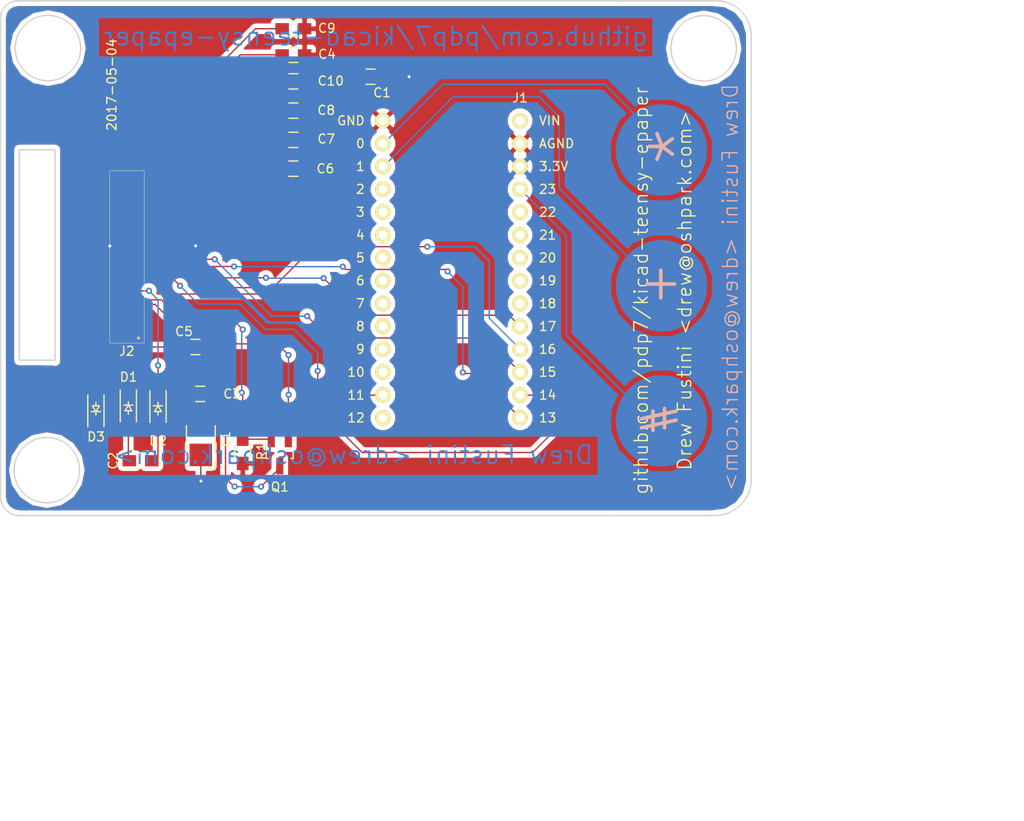
<source format=kicad_pcb>
(kicad_pcb (version 4) (host pcbnew 4.0.6)

  (general
    (links 46)
    (no_connects 1)
    (area 64.696768 32.033281 178.510001 123.265001)
    (thickness 1.6)
    (drawings 49)
    (tracks 204)
    (zones 0)
    (modules 21)
    (nets 54)
  )

  (page USLetter)
  (title_block
    (title "Project Title")
  )

  (layers
    (0 F.Cu jumper)
    (31 B.Cu signal)
    (34 B.Paste user)
    (35 F.Paste user)
    (36 B.SilkS user)
    (37 F.SilkS user)
    (38 B.Mask user)
    (39 F.Mask user)
    (44 Edge.Cuts user)
    (46 B.CrtYd user)
    (47 F.CrtYd user)
    (48 B.Fab user)
    (49 F.Fab user)
  )

  (setup
    (last_trace_width 0.1524)
    (trace_clearance 0.1524)
    (zone_clearance 0.508)
    (zone_45_only yes)
    (trace_min 0.1524)
    (segment_width 0.1524)
    (edge_width 0.1524)
    (via_size 0.6858)
    (via_drill 0.3302)
    (via_min_size 0.6858)
    (via_min_drill 0.3302)
    (uvia_size 0.3556)
    (uvia_drill 0.254)
    (uvias_allowed no)
    (uvia_min_size 0)
    (uvia_min_drill 0)
    (pcb_text_width 0.1524)
    (pcb_text_size 1.016 1.016)
    (mod_edge_width 0.1524)
    (mod_text_size 1.016 1.016)
    (mod_text_width 0.1524)
    (pad_size 10.16 10.16)
    (pad_drill 0)
    (pad_to_mask_clearance 0.0762)
    (solder_mask_min_width 0.1016)
    (pad_to_paste_clearance -0.0762)
    (aux_axis_origin 196.5452 123.5456)
    (grid_origin 81.74812 74.59616)
    (visible_elements FFFEFFFF)
    (pcbplotparams
      (layerselection 0x310fc_80000001)
      (usegerberextensions true)
      (excludeedgelayer true)
      (linewidth 0.100000)
      (plotframeref false)
      (viasonmask false)
      (mode 1)
      (useauxorigin false)
      (hpglpennumber 1)
      (hpglpenspeed 20)
      (hpglpendiameter 15)
      (hpglpenoverlay 2)
      (psnegative false)
      (psa4output false)
      (plotreference true)
      (plotvalue true)
      (plotinvisibletext false)
      (padsonsilk false)
      (subtractmaskfromsilk false)
      (outputformat 1)
      (mirror false)
      (drillshape 0)
      (scaleselection 1)
      (outputdirectory gerbers))
  )

  (net 0 "")
  (net 1 "Net-(J1-Pad2)")
  (net 2 "Net-(J1-Pad3)")
  (net 3 "Net-(J1-Pad4)")
  (net 4 "Net-(J1-Pad5)")
  (net 5 "Net-(J1-Pad6)")
  (net 6 "Net-(J1-Pad7)")
  (net 7 "Net-(J1-Pad8)")
  (net 8 "Net-(J1-Pad9)")
  (net 9 "Net-(J1-Pad10)")
  (net 10 "Net-(J1-Pad12)")
  (net 11 "Net-(J1-Pad18)")
  (net 12 "Net-(J1-Pad19)")
  (net 13 "Net-(J1-Pad20)")
  (net 14 "Net-(J1-Pad21)")
  (net 15 "Net-(J1-Pad22)")
  (net 16 "Net-(C2-Pad1)")
  (net 17 "Net-(C2-Pad2)")
  (net 18 VGH)
  (net 19 PRVGL)
  (net 20 VGL)
  (net 21 VDD)
  (net 22 VSH)
  (net 23 VGH2)
  (net 24 VSL)
  (net 25 VCOM)
  (net 26 GDR)
  (net 27 RESE)
  (net 28 BUSY)
  (net 29 ^RES)
  (net 30 ^D/C)
  (net 31 ^CS)
  (net 32 SCK)
  (net 33 DOUT)
  (net 34 VDDIO)
  (net 35 "Net-(J1-PadVIN)")
  (net 36 GND)
  (net 37 "Net-(J2-Pad2)")
  (net 38 "Net-(J2-Pad1)")
  (net 39 "Net-(J2-Pad3)")
  (net 40 "Net-(J2-Pad4)")
  (net 41 "Net-(J2-Pad5)")
  (net 42 "Net-(J2-Pad30)")
  (net 43 "Net-(J2-Pad31)")
  (net 44 "Net-(J2-Pad32)")
  (net 45 "Net-(J2-Pad33)")
  (net 46 "Net-(J2-Pad34)")
  (net 47 "Net-(J2-Pad6)")
  (net 48 "Net-(J2-Pad11)")
  (net 49 "Net-(J2-Pad12)")
  (net 50 "Net-(CAP1-Pad1)")
  (net 51 "Net-(CAP2-Pad1)")
  (net 52 "Net-(CAP3-Pad1)")
  (net 53 "Net-(J2-Pad24)")

  (net_class Default "This is the default net class."
    (clearance 0.1524)
    (trace_width 0.1524)
    (via_dia 0.6858)
    (via_drill 0.3302)
    (uvia_dia 0.3556)
    (uvia_drill 0.254)
    (add_net BUSY)
    (add_net DOUT)
    (add_net GDR)
    (add_net GND)
    (add_net "Net-(C2-Pad1)")
    (add_net "Net-(C2-Pad2)")
    (add_net "Net-(CAP1-Pad1)")
    (add_net "Net-(CAP2-Pad1)")
    (add_net "Net-(CAP3-Pad1)")
    (add_net "Net-(J1-Pad10)")
    (add_net "Net-(J1-Pad12)")
    (add_net "Net-(J1-Pad18)")
    (add_net "Net-(J1-Pad19)")
    (add_net "Net-(J1-Pad2)")
    (add_net "Net-(J1-Pad20)")
    (add_net "Net-(J1-Pad21)")
    (add_net "Net-(J1-Pad22)")
    (add_net "Net-(J1-Pad3)")
    (add_net "Net-(J1-Pad4)")
    (add_net "Net-(J1-Pad5)")
    (add_net "Net-(J1-Pad6)")
    (add_net "Net-(J1-Pad7)")
    (add_net "Net-(J1-Pad8)")
    (add_net "Net-(J1-Pad9)")
    (add_net "Net-(J1-PadVIN)")
    (add_net "Net-(J2-Pad1)")
    (add_net "Net-(J2-Pad11)")
    (add_net "Net-(J2-Pad12)")
    (add_net "Net-(J2-Pad2)")
    (add_net "Net-(J2-Pad24)")
    (add_net "Net-(J2-Pad3)")
    (add_net "Net-(J2-Pad30)")
    (add_net "Net-(J2-Pad31)")
    (add_net "Net-(J2-Pad32)")
    (add_net "Net-(J2-Pad33)")
    (add_net "Net-(J2-Pad34)")
    (add_net "Net-(J2-Pad4)")
    (add_net "Net-(J2-Pad5)")
    (add_net "Net-(J2-Pad6)")
    (add_net PRVGL)
    (add_net RESE)
    (add_net SCK)
    (add_net VCOM)
    (add_net VDD)
    (add_net VDDIO)
    (add_net VGH)
    (add_net VGH2)
    (add_net VGL)
    (add_net VSH)
    (add_net VSL)
    (add_net ^CS)
    (add_net ^D/C)
    (add_net ^RES)
  )

  (module hirose-34pos-bigger-gnd-pads:CONN-HEADER-FH34SRJ-34S-0.5SH-BIG-GND (layer F.Cu) (tedit 58E8619F) (tstamp 58DB662B)
    (at 78.85684 60.6298 90)
    (path /58799DE1)
    (fp_text reference J2 (at -0.225 -0.325 270) (layer F.Fab)
      (effects (font (size 1 1) (thickness 0.15)))
    )
    (fp_text value HEADER-FEMALE-34POS-FFC-SMT-1x34-P0.5MM (at 0 2.9 90) (layer F.Fab) hide
      (effects (font (size 1 1) (thickness 0.15)))
    )
    (fp_line (start 9.625 -1.975) (end 9.625 1.875) (layer F.SilkS) (width 0.04064))
    (fp_line (start 9.625 -1.975) (end 9.625 1.875) (layer F.Fab) (width 0.04064))
    (fp_circle (center -8.975 1.225) (end -8.925 1.125) (layer F.SilkS) (width 0.1))
    (fp_line (start 9.625 -1.975) (end -9.525 -1.975) (layer F.SilkS) (width 0.04064))
    (fp_line (start 9.625 -1.975) (end -9.525 -1.975) (layer F.Fab) (width 0.04064))
    (fp_line (start -9.525 -1.975) (end -9.525 1.875) (layer F.Fab) (width 0.04064))
    (fp_line (start -9.525 1.875) (end 9.625 1.875) (layer F.Fab) (width 0.04064))
    (fp_line (start -9.525 1.875) (end 9.625 1.875) (layer F.SilkS) (width 0.04064))
    (fp_line (start -9.525 -1.975) (end -9.525 1.875) (layer F.SilkS) (width 0.04064))
    (fp_line (start 9.625 -1.975) (end 9.625 1.875) (layer F.CrtYd) (width 0.04064))
    (fp_line (start -9.525 -1.975) (end -9.525 1.875) (layer F.CrtYd) (width 0.04064))
    (fp_line (start -9.525 1.875) (end 9.625 1.875) (layer F.CrtYd) (width 0.04064))
    (fp_line (start 9.625 -1.975) (end -9.525 -1.975) (layer F.CrtYd) (width 0.04064))
    (fp_text user %R (at -10.425 -0.075 180) (layer F.SilkS)
      (effects (font (size 1 1) (thickness 0.15)))
    )
    (pad 2 smd rect (at 9.652 -1.778 180) (size 2 2) (layers F.Cu F.Paste F.Mask)
      (net 37 "Net-(J2-Pad2)"))
    (pad 1 smd rect (at -8.225 1.175 180) (size 0.8 0.3) (layers F.Cu F.Paste F.Mask)
      (net 38 "Net-(J2-Pad1)"))
    (pad 2 smd rect (at -7.725 1.175 180) (size 0.8 0.3) (layers F.Cu F.Paste F.Mask)
      (net 37 "Net-(J2-Pad2)"))
    (pad 3 smd rect (at -7.225 1.175 180) (size 0.8 0.3) (layers F.Cu F.Paste F.Mask)
      (net 39 "Net-(J2-Pad3)"))
    (pad 4 smd rect (at -6.725 1.175 180) (size 0.8 0.3) (layers F.Cu F.Paste F.Mask)
      (net 40 "Net-(J2-Pad4)"))
    (pad 5 smd rect (at -6.225 1.175 180) (size 0.8 0.3) (layers F.Cu F.Paste F.Mask)
      (net 41 "Net-(J2-Pad5)"))
    (pad 6 smd rect (at -5.725 1.175 180) (size 0.8 0.3) (layers F.Cu F.Paste F.Mask)
      (net 47 "Net-(J2-Pad6)"))
    (pad 7 smd rect (at -5.225 1.175 180) (size 0.8 0.3) (layers F.Cu F.Paste F.Mask)
      (net 26 GDR))
    (pad 8 smd rect (at -4.725 1.175 180) (size 0.8 0.3) (layers F.Cu F.Paste F.Mask)
      (net 27 RESE))
    (pad 9 smd rect (at -4.225 1.175 180) (size 0.8 0.3) (layers F.Cu F.Paste F.Mask)
      (net 20 VGL))
    (pad 10 smd rect (at -3.725 1.175 180) (size 0.8 0.3) (layers F.Cu F.Paste F.Mask)
      (net 18 VGH))
    (pad 11 smd rect (at -3.225 1.175 180) (size 0.8 0.3) (layers F.Cu F.Paste F.Mask)
      (net 48 "Net-(J2-Pad11)"))
    (pad 12 smd rect (at -2.725 1.175 180) (size 0.8 0.3) (layers F.Cu F.Paste F.Mask)
      (net 49 "Net-(J2-Pad12)"))
    (pad 13 smd rect (at -2.225 1.175 180) (size 0.8 0.3) (layers F.Cu F.Paste F.Mask)
      (net 36 GND))
    (pad 14 smd rect (at -1.725 1.175 180) (size 0.8 0.3) (layers F.Cu F.Paste F.Mask)
      (net 28 BUSY))
    (pad 15 smd rect (at -1.225 1.175 180) (size 0.8 0.3) (layers F.Cu F.Paste F.Mask)
      (net 29 ^RES))
    (pad 16 smd rect (at -0.725 1.175 180) (size 0.8 0.3) (layers F.Cu F.Paste F.Mask)
      (net 30 ^D/C))
    (pad 17 smd rect (at -0.225 1.175 180) (size 0.8 0.3) (layers F.Cu F.Paste F.Mask)
      (net 31 ^CS))
    (pad 18 smd rect (at 0.275 1.175 180) (size 0.8 0.3) (layers F.Cu F.Paste F.Mask)
      (net 32 SCK))
    (pad 19 smd rect (at 0.775 1.175 180) (size 0.8 0.3) (layers F.Cu F.Paste F.Mask)
      (net 33 DOUT))
    (pad 20 smd rect (at 1.275 1.175 180) (size 0.8 0.3) (layers F.Cu F.Paste F.Mask)
      (net 34 VDDIO))
    (pad 21 smd rect (at 1.775 1.175 180) (size 0.8 0.3) (layers F.Cu F.Paste F.Mask)
      (net 34 VDDIO))
    (pad 22 smd rect (at 2.275 1.175 180) (size 0.8 0.3) (layers F.Cu F.Paste F.Mask)
      (net 36 GND))
    (pad 23 smd rect (at 2.775 1.175 180) (size 0.8 0.3) (layers F.Cu F.Paste F.Mask)
      (net 21 VDD))
    (pad 24 smd rect (at 3.275 1.175 180) (size 0.8 0.3) (layers F.Cu F.Paste F.Mask)
      (net 53 "Net-(J2-Pad24)"))
    (pad 25 smd rect (at 3.775 1.175 180) (size 0.8 0.3) (layers F.Cu F.Paste F.Mask)
      (net 22 VSH))
    (pad 26 smd rect (at 4.275 1.175 180) (size 0.8 0.3) (layers F.Cu F.Paste F.Mask)
      (net 23 VGH2))
    (pad 27 smd rect (at 4.775 1.175 180) (size 0.8 0.3) (layers F.Cu F.Paste F.Mask)
      (net 24 VSL))
    (pad 28 smd rect (at 5.275 1.175 180) (size 0.8 0.3) (layers F.Cu F.Paste F.Mask)
      (net 19 PRVGL))
    (pad 29 smd rect (at 5.775 1.175 180) (size 0.8 0.3) (layers F.Cu F.Paste F.Mask)
      (net 25 VCOM))
    (pad 30 smd rect (at 6.275 1.175 180) (size 0.8 0.3) (layers F.Cu F.Paste F.Mask)
      (net 42 "Net-(J2-Pad30)"))
    (pad 31 smd rect (at 6.775 1.175 180) (size 0.8 0.3) (layers F.Cu F.Paste F.Mask)
      (net 43 "Net-(J2-Pad31)"))
    (pad 32 smd rect (at 7.275 1.175 180) (size 0.8 0.3) (layers F.Cu F.Paste F.Mask)
      (net 44 "Net-(J2-Pad32)"))
    (pad 33 smd rect (at 7.775 1.175 180) (size 0.8 0.3) (layers F.Cu F.Paste F.Mask)
      (net 45 "Net-(J2-Pad33)"))
    (pad 34 smd rect (at 8.275 1.175 180) (size 0.8 0.3) (layers F.Cu F.Paste F.Mask)
      (net 46 "Net-(J2-Pad34)"))
    (pad e smd rect (at -9.652 -1.778 180) (size 2 2) (layers F.Cu F.Paste F.Mask))
  )

  (module Capacitors_SMD:C_0805_HandSoldering (layer F.Cu) (tedit 58EB4E25) (tstamp 58DB6531)
    (at 86.41812 70.59616 180)
    (descr "Capacitor SMD 0805, hand soldering")
    (tags "capacitor 0805")
    (path /5893EA94)
    (attr smd)
    (fp_text reference C5 (at 1.278 1.726 180) (layer F.SilkS)
      (effects (font (size 1 1) (thickness 0.15)))
    )
    (fp_text value CAP-CER-1UF (at 0 2.1 180) (layer F.Fab)
      (effects (font (size 1 1) (thickness 0.15)))
    )
    (fp_line (start -2.3 -1) (end 2.3 -1) (layer F.CrtYd) (width 0.05))
    (fp_line (start -2.3 1) (end 2.3 1) (layer F.CrtYd) (width 0.05))
    (fp_line (start -2.3 -1) (end -2.3 1) (layer F.CrtYd) (width 0.05))
    (fp_line (start 2.3 -1) (end 2.3 1) (layer F.CrtYd) (width 0.05))
    (fp_line (start 0.5 -0.85) (end -0.5 -0.85) (layer F.SilkS) (width 0.15))
    (fp_line (start -0.5 0.85) (end 0.5 0.85) (layer F.SilkS) (width 0.15))
    (pad 1 smd rect (at -1.25 0 180) (size 1.5 1.25) (layers F.Cu F.Paste F.Mask)
      (net 36 GND))
    (pad 2 smd rect (at 1.25 0 180) (size 1.5 1.25) (layers F.Cu F.Paste F.Mask)
      (net 20 VGL))
    (model Capacitors_SMD.3dshapes/C_0805_HandSoldering.wrl
      (at (xyz 0 0 0))
      (scale (xyz 1 1 1))
      (rotate (xyz 0 0 0))
    )
  )

  (module Capacitors_SMD:C_0805_HandSoldering (layer F.Cu) (tedit 590B82D3) (tstamp 58DB6501)
    (at 105.87412 40.55816)
    (descr "Capacitor SMD 0805, hand soldering")
    (tags "capacitor 0805")
    (path /58940842)
    (attr smd)
    (fp_text reference C1 (at 1.274 1.78) (layer F.SilkS)
      (effects (font (size 1 1) (thickness 0.15)))
    )
    (fp_text value CAP-CER-1UF (at 0 2.1) (layer F.Fab)
      (effects (font (size 1 1) (thickness 0.15)))
    )
    (fp_line (start -2.3 -1) (end 2.3 -1) (layer F.CrtYd) (width 0.05))
    (fp_line (start -2.3 1) (end 2.3 1) (layer F.CrtYd) (width 0.05))
    (fp_line (start -2.3 -1) (end -2.3 1) (layer F.CrtYd) (width 0.05))
    (fp_line (start 2.3 -1) (end 2.3 1) (layer F.CrtYd) (width 0.05))
    (fp_line (start 0.5 -0.85) (end -0.5 -0.85) (layer F.SilkS) (width 0.15))
    (fp_line (start -0.5 0.85) (end 0.5 0.85) (layer F.SilkS) (width 0.15))
    (pad 1 smd rect (at -1.25 0) (size 1.5 1.25) (layers F.Cu F.Paste F.Mask)
      (net 36 GND))
    (pad 2 smd rect (at 1.25 0) (size 1.5 1.25) (layers F.Cu F.Paste F.Mask)
      (net 34 VDDIO))
    (model Capacitors_SMD.3dshapes/C_0805_HandSoldering.wrl
      (at (xyz 0 0 0))
      (scale (xyz 1 1 1))
      (rotate (xyz 0 0 0))
    )
  )

  (module Capacitors_SMD:C_0805_HandSoldering (layer F.Cu) (tedit 58EB4E5F) (tstamp 58DB650D)
    (at 80.31734 83.23326)
    (descr "Capacitor SMD 0805, hand soldering")
    (tags "capacitor 0805")
    (path /58940735)
    (attr smd)
    (fp_text reference C2 (at -3.048 0 90) (layer F.SilkS)
      (effects (font (size 1 1) (thickness 0.15)))
    )
    (fp_text value CAP-CER-2.2UF (at 0 2.1) (layer F.Fab)
      (effects (font (size 1 1) (thickness 0.15)))
    )
    (fp_line (start -2.3 -1) (end 2.3 -1) (layer F.CrtYd) (width 0.05))
    (fp_line (start -2.3 1) (end 2.3 1) (layer F.CrtYd) (width 0.05))
    (fp_line (start -2.3 -1) (end -2.3 1) (layer F.CrtYd) (width 0.05))
    (fp_line (start 2.3 -1) (end 2.3 1) (layer F.CrtYd) (width 0.05))
    (fp_line (start 0.5 -0.85) (end -0.5 -0.85) (layer F.SilkS) (width 0.15))
    (fp_line (start -0.5 0.85) (end 0.5 0.85) (layer F.SilkS) (width 0.15))
    (pad 1 smd rect (at -1.25 0) (size 1.5 1.25) (layers F.Cu F.Paste F.Mask)
      (net 16 "Net-(C2-Pad1)"))
    (pad 2 smd rect (at 1.25 0) (size 1.5 1.25) (layers F.Cu F.Paste F.Mask)
      (net 17 "Net-(C2-Pad2)"))
    (model Capacitors_SMD.3dshapes/C_0805_HandSoldering.wrl
      (at (xyz 0 0 0))
      (scale (xyz 1 1 1))
      (rotate (xyz 0 0 0))
    )
  )

  (module Capacitors_SMD:C_0805_HandSoldering (layer F.Cu) (tedit 58EB4E1C) (tstamp 58DB6519)
    (at 86.93812 75.80616 180)
    (descr "Capacitor SMD 0805, hand soldering")
    (tags "capacitor 0805")
    (path /5895556F)
    (attr smd)
    (fp_text reference C3 (at -3.556 0 180) (layer F.SilkS)
      (effects (font (size 1 1) (thickness 0.15)))
    )
    (fp_text value CAP-CER-1UF (at 0 2.1 180) (layer F.Fab)
      (effects (font (size 1 1) (thickness 0.15)))
    )
    (fp_line (start -2.3 -1) (end 2.3 -1) (layer F.CrtYd) (width 0.05))
    (fp_line (start -2.3 1) (end 2.3 1) (layer F.CrtYd) (width 0.05))
    (fp_line (start -2.3 -1) (end -2.3 1) (layer F.CrtYd) (width 0.05))
    (fp_line (start 2.3 -1) (end 2.3 1) (layer F.CrtYd) (width 0.05))
    (fp_line (start 0.5 -0.85) (end -0.5 -0.85) (layer F.SilkS) (width 0.15))
    (fp_line (start -0.5 0.85) (end 0.5 0.85) (layer F.SilkS) (width 0.15))
    (pad 1 smd rect (at -1.25 0 180) (size 1.5 1.25) (layers F.Cu F.Paste F.Mask)
      (net 36 GND))
    (pad 2 smd rect (at 1.25 0 180) (size 1.5 1.25) (layers F.Cu F.Paste F.Mask)
      (net 18 VGH))
    (model Capacitors_SMD.3dshapes/C_0805_HandSoldering.wrl
      (at (xyz 0 0 0))
      (scale (xyz 1 1 1))
      (rotate (xyz 0 0 0))
    )
  )

  (module Capacitors_SMD:C_0805_HandSoldering (layer F.Cu) (tedit 58EB4DE7) (tstamp 58DB6525)
    (at 97.29812 38.12616 180)
    (descr "Capacitor SMD 0805, hand soldering")
    (tags "capacitor 0805")
    (path /589409D9)
    (attr smd)
    (fp_text reference C4 (at -3.737 0.063 180) (layer F.SilkS)
      (effects (font (size 1 1) (thickness 0.15)))
    )
    (fp_text value CAP-CER-1UF (at 0 2.1 180) (layer F.Fab)
      (effects (font (size 1 1) (thickness 0.15)))
    )
    (fp_line (start -2.3 -1) (end 2.3 -1) (layer F.CrtYd) (width 0.05))
    (fp_line (start -2.3 1) (end 2.3 1) (layer F.CrtYd) (width 0.05))
    (fp_line (start -2.3 -1) (end -2.3 1) (layer F.CrtYd) (width 0.05))
    (fp_line (start 2.3 -1) (end 2.3 1) (layer F.CrtYd) (width 0.05))
    (fp_line (start 0.5 -0.85) (end -0.5 -0.85) (layer F.SilkS) (width 0.15))
    (fp_line (start -0.5 0.85) (end 0.5 0.85) (layer F.SilkS) (width 0.15))
    (pad 1 smd rect (at -1.25 0 180) (size 1.5 1.25) (layers F.Cu F.Paste F.Mask)
      (net 36 GND))
    (pad 2 smd rect (at 1.25 0 180) (size 1.5 1.25) (layers F.Cu F.Paste F.Mask)
      (net 19 PRVGL))
    (model Capacitors_SMD.3dshapes/C_0805_HandSoldering.wrl
      (at (xyz 0 0 0))
      (scale (xyz 1 1 1))
      (rotate (xyz 0 0 0))
    )
  )

  (module Capacitors_SMD:C_0805_HandSoldering (layer F.Cu) (tedit 58EB4E14) (tstamp 58DB653D)
    (at 97.29812 50.77616 180)
    (descr "Capacitor SMD 0805, hand soldering")
    (tags "capacitor 0805")
    (path /5893F2DB)
    (attr smd)
    (fp_text reference C6 (at -3.556 0 180) (layer F.SilkS)
      (effects (font (size 1 1) (thickness 0.15)))
    )
    (fp_text value CAP-CER-1UF (at 0 2.1 180) (layer F.Fab)
      (effects (font (size 1 1) (thickness 0.15)))
    )
    (fp_line (start -2.3 -1) (end 2.3 -1) (layer F.CrtYd) (width 0.05))
    (fp_line (start -2.3 1) (end 2.3 1) (layer F.CrtYd) (width 0.05))
    (fp_line (start -2.3 -1) (end -2.3 1) (layer F.CrtYd) (width 0.05))
    (fp_line (start 2.3 -1) (end 2.3 1) (layer F.CrtYd) (width 0.05))
    (fp_line (start 0.5 -0.85) (end -0.5 -0.85) (layer F.SilkS) (width 0.15))
    (fp_line (start -0.5 0.85) (end 0.5 0.85) (layer F.SilkS) (width 0.15))
    (pad 1 smd rect (at -1.25 0 180) (size 1.5 1.25) (layers F.Cu F.Paste F.Mask)
      (net 36 GND))
    (pad 2 smd rect (at 1.25 0 180) (size 1.5 1.25) (layers F.Cu F.Paste F.Mask)
      (net 21 VDD))
    (model Capacitors_SMD.3dshapes/C_0805_HandSoldering.wrl
      (at (xyz 0 0 0))
      (scale (xyz 1 1 1))
      (rotate (xyz 0 0 0))
    )
  )

  (module Capacitors_SMD:C_0805_HandSoldering (layer F.Cu) (tedit 58EB4E04) (tstamp 58DB6549)
    (at 97.29812 47.57616 180)
    (descr "Capacitor SMD 0805, hand soldering")
    (tags "capacitor 0805")
    (path /5893F39D)
    (attr smd)
    (fp_text reference C7 (at -3.654 0.106 180) (layer F.SilkS)
      (effects (font (size 1 1) (thickness 0.15)))
    )
    (fp_text value CAP-CER-1UF (at 0 2.1 180) (layer F.Fab)
      (effects (font (size 1 1) (thickness 0.15)))
    )
    (fp_line (start -2.3 -1) (end 2.3 -1) (layer F.CrtYd) (width 0.05))
    (fp_line (start -2.3 1) (end 2.3 1) (layer F.CrtYd) (width 0.05))
    (fp_line (start -2.3 -1) (end -2.3 1) (layer F.CrtYd) (width 0.05))
    (fp_line (start 2.3 -1) (end 2.3 1) (layer F.CrtYd) (width 0.05))
    (fp_line (start 0.5 -0.85) (end -0.5 -0.85) (layer F.SilkS) (width 0.15))
    (fp_line (start -0.5 0.85) (end 0.5 0.85) (layer F.SilkS) (width 0.15))
    (pad 1 smd rect (at -1.25 0 180) (size 1.5 1.25) (layers F.Cu F.Paste F.Mask)
      (net 36 GND))
    (pad 2 smd rect (at 1.25 0 180) (size 1.5 1.25) (layers F.Cu F.Paste F.Mask)
      (net 22 VSH))
    (model Capacitors_SMD.3dshapes/C_0805_HandSoldering.wrl
      (at (xyz 0 0 0))
      (scale (xyz 1 1 1))
      (rotate (xyz 0 0 0))
    )
  )

  (module Capacitors_SMD:C_0805_HandSoldering (layer F.Cu) (tedit 58EB4DFD) (tstamp 58DB6555)
    (at 97.29812 44.32616 180)
    (descr "Capacitor SMD 0805, hand soldering")
    (tags "capacitor 0805")
    (path /5893F5FD)
    (attr smd)
    (fp_text reference C8 (at -3.647 0.038 180) (layer F.SilkS)
      (effects (font (size 1 1) (thickness 0.15)))
    )
    (fp_text value CAP-CER-1UF (at 0 2.1 180) (layer F.Fab)
      (effects (font (size 1 1) (thickness 0.15)))
    )
    (fp_line (start -2.3 -1) (end 2.3 -1) (layer F.CrtYd) (width 0.05))
    (fp_line (start -2.3 1) (end 2.3 1) (layer F.CrtYd) (width 0.05))
    (fp_line (start -2.3 -1) (end -2.3 1) (layer F.CrtYd) (width 0.05))
    (fp_line (start 2.3 -1) (end 2.3 1) (layer F.CrtYd) (width 0.05))
    (fp_line (start 0.5 -0.85) (end -0.5 -0.85) (layer F.SilkS) (width 0.15))
    (fp_line (start -0.5 0.85) (end 0.5 0.85) (layer F.SilkS) (width 0.15))
    (pad 1 smd rect (at -1.25 0 180) (size 1.5 1.25) (layers F.Cu F.Paste F.Mask)
      (net 36 GND))
    (pad 2 smd rect (at 1.25 0 180) (size 1.5 1.25) (layers F.Cu F.Paste F.Mask)
      (net 23 VGH2))
    (model Capacitors_SMD.3dshapes/C_0805_HandSoldering.wrl
      (at (xyz 0 0 0))
      (scale (xyz 1 1 1))
      (rotate (xyz 0 0 0))
    )
  )

  (module Capacitors_SMD:C_0805_HandSoldering (layer F.Cu) (tedit 58EB4DE0) (tstamp 58DB6561)
    (at 97.29812 35.22616 180)
    (descr "Capacitor SMD 0805, hand soldering")
    (tags "capacitor 0805")
    (path /5893F621)
    (attr smd)
    (fp_text reference C9 (at -3.717 0.058 180) (layer F.SilkS)
      (effects (font (size 1 1) (thickness 0.15)))
    )
    (fp_text value CAP-CER-1UF (at 0 2.1 180) (layer F.Fab)
      (effects (font (size 1 1) (thickness 0.15)))
    )
    (fp_line (start -2.3 -1) (end 2.3 -1) (layer F.CrtYd) (width 0.05))
    (fp_line (start -2.3 1) (end 2.3 1) (layer F.CrtYd) (width 0.05))
    (fp_line (start -2.3 -1) (end -2.3 1) (layer F.CrtYd) (width 0.05))
    (fp_line (start 2.3 -1) (end 2.3 1) (layer F.CrtYd) (width 0.05))
    (fp_line (start 0.5 -0.85) (end -0.5 -0.85) (layer F.SilkS) (width 0.15))
    (fp_line (start -0.5 0.85) (end 0.5 0.85) (layer F.SilkS) (width 0.15))
    (pad 1 smd rect (at -1.25 0 180) (size 1.5 1.25) (layers F.Cu F.Paste F.Mask)
      (net 36 GND))
    (pad 2 smd rect (at 1.25 0 180) (size 1.5 1.25) (layers F.Cu F.Paste F.Mask)
      (net 25 VCOM))
    (model Capacitors_SMD.3dshapes/C_0805_HandSoldering.wrl
      (at (xyz 0 0 0))
      (scale (xyz 1 1 1))
      (rotate (xyz 0 0 0))
    )
  )

  (module Capacitors_SMD:C_0805_HandSoldering (layer F.Cu) (tedit 58EB4DF3) (tstamp 58DB656D)
    (at 97.29812 41.07616 180)
    (descr "Capacitor SMD 0805, hand soldering")
    (tags "capacitor 0805")
    (path /5895580B)
    (attr smd)
    (fp_text reference C10 (at -4.157 0.048 180) (layer F.SilkS)
      (effects (font (size 1 1) (thickness 0.15)))
    )
    (fp_text value CAP-CER-1UF (at 0 2.1 180) (layer F.Fab)
      (effects (font (size 1 1) (thickness 0.15)))
    )
    (fp_line (start -2.3 -1) (end 2.3 -1) (layer F.CrtYd) (width 0.05))
    (fp_line (start -2.3 1) (end 2.3 1) (layer F.CrtYd) (width 0.05))
    (fp_line (start -2.3 -1) (end -2.3 1) (layer F.CrtYd) (width 0.05))
    (fp_line (start 2.3 -1) (end 2.3 1) (layer F.CrtYd) (width 0.05))
    (fp_line (start 0.5 -0.85) (end -0.5 -0.85) (layer F.SilkS) (width 0.15))
    (fp_line (start -0.5 0.85) (end 0.5 0.85) (layer F.SilkS) (width 0.15))
    (pad 1 smd rect (at -1.25 0 180) (size 1.5 1.25) (layers F.Cu F.Paste F.Mask)
      (net 36 GND))
    (pad 2 smd rect (at 1.25 0 180) (size 1.5 1.25) (layers F.Cu F.Paste F.Mask)
      (net 24 VSL))
    (model Capacitors_SMD.3dshapes/C_0805_HandSoldering.wrl
      (at (xyz 0 0 0))
      (scale (xyz 1 1 1))
      (rotate (xyz 0 0 0))
    )
  )

  (module Diodes_SMD:SOD-123 (layer F.Cu) (tedit 58EB4E4B) (tstamp 58DB657F)
    (at 78.95844 77.36586 270)
    (descr SOD-123)
    (tags SOD-123)
    (path /5894140E)
    (attr smd)
    (fp_text reference D1 (at -3.438 -0.03 360) (layer F.SilkS)
      (effects (font (size 1 1) (thickness 0.15)))
    )
    (fp_text value DIODE (at 0 2.1 270) (layer F.Fab)
      (effects (font (size 1 1) (thickness 0.15)))
    )
    (fp_line (start 0.3175 0) (end 0.6985 0) (layer F.SilkS) (width 0.15))
    (fp_line (start -0.6985 0) (end -0.3175 0) (layer F.SilkS) (width 0.15))
    (fp_line (start -0.3175 0) (end 0.3175 -0.381) (layer F.SilkS) (width 0.15))
    (fp_line (start 0.3175 -0.381) (end 0.3175 0.381) (layer F.SilkS) (width 0.15))
    (fp_line (start 0.3175 0.381) (end -0.3175 0) (layer F.SilkS) (width 0.15))
    (fp_line (start -0.3175 -0.508) (end -0.3175 0.508) (layer F.SilkS) (width 0.15))
    (fp_line (start -2.25 -1.05) (end 2.25 -1.05) (layer F.CrtYd) (width 0.05))
    (fp_line (start 2.25 -1.05) (end 2.25 1.05) (layer F.CrtYd) (width 0.05))
    (fp_line (start 2.25 1.05) (end -2.25 1.05) (layer F.CrtYd) (width 0.05))
    (fp_line (start -2.25 -1.05) (end -2.25 1.05) (layer F.CrtYd) (width 0.05))
    (fp_line (start -2 0.9) (end 1.54 0.9) (layer F.SilkS) (width 0.15))
    (fp_line (start -2 -0.9) (end 1.54 -0.9) (layer F.SilkS) (width 0.15))
    (pad 1 smd rect (at -1.635 0 270) (size 0.91 1.22) (layers F.Cu F.Paste F.Mask)
      (net 36 GND))
    (pad 2 smd rect (at 1.635 0 270) (size 0.91 1.22) (layers F.Cu F.Paste F.Mask)
      (net 16 "Net-(C2-Pad1)"))
  )

  (module Diodes_SMD:SOD-123 (layer F.Cu) (tedit 58EB4E47) (tstamp 58DB6591)
    (at 82.25536 77.44968 270)
    (descr SOD-123)
    (tags SOD-123)
    (path /58941074)
    (attr smd)
    (fp_text reference D2 (at 3.556 0 360) (layer F.SilkS)
      (effects (font (size 1 1) (thickness 0.15)))
    )
    (fp_text value DIODE (at 0 2.1 270) (layer F.Fab)
      (effects (font (size 1 1) (thickness 0.15)))
    )
    (fp_line (start 0.3175 0) (end 0.6985 0) (layer F.SilkS) (width 0.15))
    (fp_line (start -0.6985 0) (end -0.3175 0) (layer F.SilkS) (width 0.15))
    (fp_line (start -0.3175 0) (end 0.3175 -0.381) (layer F.SilkS) (width 0.15))
    (fp_line (start 0.3175 -0.381) (end 0.3175 0.381) (layer F.SilkS) (width 0.15))
    (fp_line (start 0.3175 0.381) (end -0.3175 0) (layer F.SilkS) (width 0.15))
    (fp_line (start -0.3175 -0.508) (end -0.3175 0.508) (layer F.SilkS) (width 0.15))
    (fp_line (start -2.25 -1.05) (end 2.25 -1.05) (layer F.CrtYd) (width 0.05))
    (fp_line (start 2.25 -1.05) (end 2.25 1.05) (layer F.CrtYd) (width 0.05))
    (fp_line (start 2.25 1.05) (end -2.25 1.05) (layer F.CrtYd) (width 0.05))
    (fp_line (start -2.25 -1.05) (end -2.25 1.05) (layer F.CrtYd) (width 0.05))
    (fp_line (start -2 0.9) (end 1.54 0.9) (layer F.SilkS) (width 0.15))
    (fp_line (start -2 -0.9) (end 1.54 -0.9) (layer F.SilkS) (width 0.15))
    (pad 1 smd rect (at -1.635 0 270) (size 0.91 1.22) (layers F.Cu F.Paste F.Mask)
      (net 18 VGH))
    (pad 2 smd rect (at 1.635 0 270) (size 0.91 1.22) (layers F.Cu F.Paste F.Mask)
      (net 17 "Net-(C2-Pad2)"))
  )

  (module Diodes_SMD:SOD-123 (layer F.Cu) (tedit 58EB4E55) (tstamp 58DB65A3)
    (at 75.35418 77.44968 90)
    (descr SOD-123)
    (tags SOD-123)
    (path /58941226)
    (attr smd)
    (fp_text reference D3 (at -3.126 0.016 180) (layer F.SilkS)
      (effects (font (size 1 1) (thickness 0.15)))
    )
    (fp_text value DIODE (at 0 2.1 90) (layer F.Fab)
      (effects (font (size 1 1) (thickness 0.15)))
    )
    (fp_line (start 0.3175 0) (end 0.6985 0) (layer F.SilkS) (width 0.15))
    (fp_line (start -0.6985 0) (end -0.3175 0) (layer F.SilkS) (width 0.15))
    (fp_line (start -0.3175 0) (end 0.3175 -0.381) (layer F.SilkS) (width 0.15))
    (fp_line (start 0.3175 -0.381) (end 0.3175 0.381) (layer F.SilkS) (width 0.15))
    (fp_line (start 0.3175 0.381) (end -0.3175 0) (layer F.SilkS) (width 0.15))
    (fp_line (start -0.3175 -0.508) (end -0.3175 0.508) (layer F.SilkS) (width 0.15))
    (fp_line (start -2.25 -1.05) (end 2.25 -1.05) (layer F.CrtYd) (width 0.05))
    (fp_line (start 2.25 -1.05) (end 2.25 1.05) (layer F.CrtYd) (width 0.05))
    (fp_line (start 2.25 1.05) (end -2.25 1.05) (layer F.CrtYd) (width 0.05))
    (fp_line (start -2.25 -1.05) (end -2.25 1.05) (layer F.CrtYd) (width 0.05))
    (fp_line (start -2 0.9) (end 1.54 0.9) (layer F.SilkS) (width 0.15))
    (fp_line (start -2 -0.9) (end 1.54 -0.9) (layer F.SilkS) (width 0.15))
    (pad 1 smd rect (at -1.635 0 90) (size 0.91 1.22) (layers F.Cu F.Paste F.Mask)
      (net 16 "Net-(C2-Pad1)"))
    (pad 2 smd rect (at 1.635 0 90) (size 0.91 1.22) (layers F.Cu F.Paste F.Mask)
      (net 19 PRVGL))
  )

  (module Inductors:Inductor_1212 (layer F.Cu) (tedit 5652586A) (tstamp 58DB6639)
    (at 87.00812 80.83616 90)
    (path /58940F2C)
    (attr smd)
    (fp_text reference L1 (at 0 2.75 90) (layer F.SilkS)
      (effects (font (size 1 1) (thickness 0.15)))
    )
    (fp_text value INDUCTOR (at 0 -2.75 90) (layer F.Fab)
      (effects (font (size 1 1) (thickness 0.15)))
    )
    (fp_line (start -3.35 1.6) (end -3.35 0.95) (layer F.SilkS) (width 0.15))
    (fp_line (start -2.6 1.6) (end -3.35 1.6) (layer F.SilkS) (width 0.15))
    (fp_line (start -3.5 2) (end -3.5 -2) (layer F.CrtYd) (width 0.05))
    (fp_line (start 3.5 2) (end -3.5 2) (layer F.CrtYd) (width 0.05))
    (fp_line (start 3.5 -2) (end 3.5 2) (layer F.CrtYd) (width 0.05))
    (fp_line (start -3.5 -2) (end 3.5 -2) (layer F.CrtYd) (width 0.05))
    (fp_line (start 1.5 1.6) (end -1.5 1.6) (layer F.SilkS) (width 0.15))
    (fp_line (start -1.5 -1.6) (end 1.5 -1.6) (layer F.SilkS) (width 0.15))
    (pad 1 smd rect (at -1.75 0 90) (size 2.5 2.5) (layers F.Cu F.Paste F.Mask)
      (net 34 VDDIO))
    (pad 2 smd rect (at 1.75 0 90) (size 2.5 2.5) (layers F.Cu F.Paste F.Mask)
      (net 17 "Net-(C2-Pad2)"))
  )

  (module TO_SOT_Packages_SMD:SOT-23_Handsoldering (layer F.Cu) (tedit 54E9291B) (tstamp 58DB6644)
    (at 95.78812 82.33616 180)
    (descr "SOT-23, Handsoldering")
    (tags SOT-23)
    (path /589564ED)
    (attr smd)
    (fp_text reference Q1 (at 0 -3.81 180) (layer F.SilkS)
      (effects (font (size 1 1) (thickness 0.15)))
    )
    (fp_text value Q_NMOS_GDS (at 0 3.81 180) (layer F.Fab)
      (effects (font (size 1 1) (thickness 0.15)))
    )
    (fp_line (start -1.49982 0.0508) (end -1.49982 -0.65024) (layer F.SilkS) (width 0.15))
    (fp_line (start -1.49982 -0.65024) (end -1.2509 -0.65024) (layer F.SilkS) (width 0.15))
    (fp_line (start 1.29916 -0.65024) (end 1.49982 -0.65024) (layer F.SilkS) (width 0.15))
    (fp_line (start 1.49982 -0.65024) (end 1.49982 0.0508) (layer F.SilkS) (width 0.15))
    (pad 1 smd rect (at -0.95 1.50114 180) (size 0.8001 1.80086) (layers F.Cu F.Paste F.Mask)
      (net 26 GDR))
    (pad 2 smd rect (at 0.95 1.50114 180) (size 0.8001 1.80086) (layers F.Cu F.Paste F.Mask)
      (net 27 RESE))
    (pad 3 smd rect (at 0 -1.50114 180) (size 0.8001 1.80086) (layers F.Cu F.Paste F.Mask)
      (net 17 "Net-(C2-Pad2)"))
    (model TO_SOT_Packages_SMD.3dshapes/SOT-23_Handsoldering.wrl
      (at (xyz 0 0 0))
      (scale (xyz 1 1 1))
      (rotate (xyz 0 0 0))
    )
  )

  (module Resistors_SMD:R_0805_HandSoldering (layer F.Cu) (tedit 54189DEE) (tstamp 58DB6650)
    (at 91.66812 82.18616 270)
    (descr "Resistor SMD 0805, hand soldering")
    (tags "resistor 0805")
    (path /5894163C)
    (attr smd)
    (fp_text reference R1 (at 0 -2.1 270) (layer F.SilkS)
      (effects (font (size 1 1) (thickness 0.15)))
    )
    (fp_text value "2.2R 1%" (at 0 2.1 270) (layer F.Fab)
      (effects (font (size 1 1) (thickness 0.15)))
    )
    (fp_line (start -2.4 -1) (end 2.4 -1) (layer F.CrtYd) (width 0.05))
    (fp_line (start -2.4 1) (end 2.4 1) (layer F.CrtYd) (width 0.05))
    (fp_line (start -2.4 -1) (end -2.4 1) (layer F.CrtYd) (width 0.05))
    (fp_line (start 2.4 -1) (end 2.4 1) (layer F.CrtYd) (width 0.05))
    (fp_line (start 0.6 0.875) (end -0.6 0.875) (layer F.SilkS) (width 0.15))
    (fp_line (start -0.6 -0.875) (end 0.6 -0.875) (layer F.SilkS) (width 0.15))
    (pad 1 smd rect (at -1.35 0 270) (size 1.5 1.3) (layers F.Cu F.Paste F.Mask)
      (net 27 RESE))
    (pad 2 smd rect (at 1.35 0 270) (size 1.5 1.3) (layers F.Cu F.Paste F.Mask)
      (net 36 GND))
    (model Resistors_SMD.3dshapes/R_0805_HandSoldering.wrl
      (at (xyz 0 0 0))
      (scale (xyz 1 1 1))
      (rotate (xyz 0 0 0))
    )
  )

  (module Wickerlib:CAPSENSE-CIRCLE-D10MM (layer B.Cu) (tedit 590046DF) (tstamp 59000832)
    (at 138.19812 48.70616 270)
    (path /58FFF9C2)
    (fp_text reference CAP1 (at 0 0 270) (layer B.Fab)
      (effects (font (size 2.032 2.032) (thickness 0.254)) (justify mirror))
    )
    (fp_text value CAPSENSE_CIRCLE (at 0.025 -7.325 270) (layer B.Fab) hide
      (effects (font (size 1 1) (thickness 0.15)) (justify mirror))
    )
    (fp_circle (center 0 0) (end 3.25 -4.25) (layer B.CrtYd) (width 0.0508))
    (fp_circle (center 0 0) (end 4 -3.5) (layer B.Fab) (width 0.0508))
    (pad 1 smd circle (at 0 0 270) (size 10.16 10.16) (layers B.Cu)
      (net 50 "Net-(CAP1-Pad1)") (clearance 0.508))
  )

  (module Wickerlib:CAPSENSE-CIRCLE-D10MM (layer B.Cu) (tedit 590046EF) (tstamp 59000838)
    (at 138.20812 63.79616 270)
    (path /58FFFBB1)
    (fp_text reference CAP2 (at 0 0 270) (layer B.Fab)
      (effects (font (size 2.032 2.032) (thickness 0.254)) (justify mirror))
    )
    (fp_text value CAPSENSE_CIRCLE (at 0.025 -7.325 270) (layer B.Fab) hide
      (effects (font (size 1 1) (thickness 0.15)) (justify mirror))
    )
    (fp_circle (center 0 0) (end 3.25 -4.25) (layer B.CrtYd) (width 0.0508))
    (fp_circle (center 0 0) (end 4 -3.5) (layer B.Fab) (width 0.0508))
    (pad 1 smd circle (at 0 0 270) (size 10.16 10.16) (layers B.Cu)
      (net 51 "Net-(CAP2-Pad1)") (clearance 0.508))
  )

  (module Wickerlib:CAPSENSE-CIRCLE-D10MM (layer B.Cu) (tedit 59004910) (tstamp 59002136)
    (at 138.20812 78.80616 270)
    (path /590025D6)
    (fp_text reference A (at 0 0 270) (layer B.Fab)
      (effects (font (size 2.032 2.032) (thickness 0.254)) (justify mirror))
    )
    (fp_text value CAPSENSE_CIRCLE (at 0.025 -7.325 270) (layer B.Fab) hide
      (effects (font (size 1 1) (thickness 0.15)) (justify mirror))
    )
    (fp_circle (center 0 0) (end 3.25 -4.25) (layer B.CrtYd) (width 0.0508))
    (fp_circle (center 0 0) (end 4 -3.5) (layer B.Fab) (width 0.0508))
    (pad 1 smd circle (at 0 0 270) (size 10.16 10.16) (layers B.Cu)
      (net 52 "Net-(CAP3-Pad1)") (clearance 0.508))
  )

  (module Wickerlib:TEENSY-3.2-SILK-SIMPLE (layer F.Cu) (tedit 583B5D39) (tstamp 590B7050)
    (at 117.40812 55.60616)
    (path /590B75A7)
    (fp_text reference J1 (at -2 0) (layer F.Fab)
      (effects (font (size 1 1) (thickness 0.15)))
    )
    (fp_text value TEENSY3.2-72MHz-SIMPLE (at -2.54 20.32) (layer F.Fab) hide
      (effects (font (size 1 1) (thickness 0.15)))
    )
    (fp_text user VIN (at 8.382095 -10.16) (layer F.SilkS)
      (effects (font (size 1 1) (thickness 0.15)))
    )
    (fp_line (start 0 -9.5) (end 0 -11.5) (layer F.Fab) (width 0.05))
    (fp_line (start -4.5 -9.5) (end 0 -9.5) (layer F.Fab) (width 0.05))
    (fp_line (start -4.5 -11.5) (end -4.5 -9.5) (layer F.Fab) (width 0.05))
    (fp_line (start -11.5 24) (end 6.5 24) (layer F.Fab) (width 0.05))
    (fp_line (start -11.5 -11.5) (end -11.5 24) (layer F.Fab) (width 0.05))
    (fp_line (start 6.5 -11.5) (end -11.5 -11.5) (layer F.Fab) (width 0.05))
    (fp_line (start 6.5 24) (end 6.5 -11.5) (layer F.Fab) (width 0.05))
    (fp_text user %R (at 5.08 -12.7) (layer F.SilkS)
      (effects (font (size 1 1) (thickness 0.15)))
    )
    (fp_line (start -11.43 24.13) (end 6.35 24.13) (layer F.CrtYd) (width 0.1524))
    (fp_line (start -11.43 -11.43) (end -11.43 24.13) (layer F.CrtYd) (width 0.1524))
    (fp_line (start 6.35 -11.43) (end -11.43 -11.43) (layer F.CrtYd) (width 0.1524))
    (fp_line (start 6.35 24.13) (end 6.35 -11.43) (layer F.CrtYd) (width 0.1524))
    (fp_text user AGND (at 9.144 -7.62) (layer F.SilkS)
      (effects (font (size 1 1) (thickness 0.15)))
    )
    (fp_text user 3.3V (at 8.810666 -5.08) (layer F.SilkS)
      (effects (font (size 1 1) (thickness 0.15)))
    )
    (fp_text user 23 (at 8.144 -2.54) (layer F.SilkS)
      (effects (font (size 1 1) (thickness 0.15)))
    )
    (fp_text user 22 (at 8.144 0) (layer F.SilkS)
      (effects (font (size 1 1) (thickness 0.15)))
    )
    (fp_text user 21 (at 8.144 2.54) (layer F.SilkS)
      (effects (font (size 1 1) (thickness 0.15)))
    )
    (fp_text user 20 (at 8.144 5.08) (layer F.SilkS)
      (effects (font (size 1 1) (thickness 0.15)))
    )
    (fp_text user 19 (at 8.144 7.62) (layer F.SilkS)
      (effects (font (size 1 1) (thickness 0.15)))
    )
    (fp_text user 18 (at 8.144 10.16) (layer F.SilkS)
      (effects (font (size 1 1) (thickness 0.15)))
    )
    (fp_text user 17 (at 8.144 12.7) (layer F.SilkS)
      (effects (font (size 1 1) (thickness 0.15)))
    )
    (fp_text user 16 (at 8.144 15.24) (layer F.SilkS)
      (effects (font (size 1 1) (thickness 0.15)))
    )
    (fp_text user 15 (at 8.144 17.78) (layer F.SilkS)
      (effects (font (size 1 1) (thickness 0.15)))
    )
    (fp_text user 14 (at 8.144 20.32) (layer F.SilkS)
      (effects (font (size 1 1) (thickness 0.15)))
    )
    (fp_text user 13 (at 8.144 22.86) (layer F.SilkS)
      (effects (font (size 1 1) (thickness 0.15)))
    )
    (fp_text user 0 (at -12.668381 -7.62) (layer F.SilkS)
      (effects (font (size 1 1) (thickness 0.15)))
    )
    (fp_text user GND (at -13.716 -10.16) (layer F.SilkS)
      (effects (font (size 1 1) (thickness 0.15)))
    )
    (fp_text user 1 (at -12.668381 -5.08) (layer F.SilkS)
      (effects (font (size 1 1) (thickness 0.15)))
    )
    (fp_text user 2 (at -12.668381 -2.54) (layer F.SilkS)
      (effects (font (size 1 1) (thickness 0.15)))
    )
    (fp_text user 3 (at -12.668381 0) (layer F.SilkS)
      (effects (font (size 1 1) (thickness 0.15)))
    )
    (fp_text user 4 (at -12.668381 2.54) (layer F.SilkS)
      (effects (font (size 1 1) (thickness 0.15)))
    )
    (fp_text user 5 (at -12.668381 5.08) (layer F.SilkS)
      (effects (font (size 1 1) (thickness 0.15)))
    )
    (fp_text user 6 (at -12.668381 7.62) (layer F.SilkS)
      (effects (font (size 1 1) (thickness 0.15)))
    )
    (fp_text user 7 (at -12.668381 10.16) (layer F.SilkS)
      (effects (font (size 1 1) (thickness 0.15)))
    )
    (fp_text user 8 (at -12.668381 12.7) (layer F.SilkS)
      (effects (font (size 1 1) (thickness 0.15)))
    )
    (fp_text user 9 (at -12.668381 15.24) (layer F.SilkS)
      (effects (font (size 1 1) (thickness 0.15)))
    )
    (fp_text user 10 (at -13.144571 17.78) (layer F.SilkS)
      (effects (font (size 1 1) (thickness 0.15)))
    )
    (fp_text user 11 (at -13.144571 20.32) (layer F.SilkS)
      (effects (font (size 1 1) (thickness 0.15)))
    )
    (fp_text user 12 (at -13.144571 22.86) (layer F.SilkS)
      (effects (font (size 1 1) (thickness 0.15)))
    )
    (pad G1 thru_hole circle (at -10.16 -10.16) (size 1.7272 1.7272) (drill 1.016) (layers *.Cu *.Mask F.SilkS)
      (net 36 GND))
    (pad 0 thru_hole circle (at -10.16 -7.62) (size 1.7272 1.7272) (drill 1.016) (layers *.Cu *.Mask F.SilkS)
      (net 50 "Net-(CAP1-Pad1)"))
    (pad 1 thru_hole circle (at -10.16 -5.08) (size 1.7272 1.7272) (drill 1.016) (layers *.Cu *.Mask F.SilkS)
      (net 51 "Net-(CAP2-Pad1)"))
    (pad 2 thru_hole circle (at -10.16 -2.54) (size 1.7272 1.7272) (drill 1.016) (layers *.Cu *.Mask F.SilkS)
      (net 1 "Net-(J1-Pad2)"))
    (pad 3 thru_hole circle (at -10.16 0) (size 1.7272 1.7272) (drill 1.016) (layers *.Cu *.Mask F.SilkS)
      (net 2 "Net-(J1-Pad3)"))
    (pad 4 thru_hole circle (at -10.16 2.54) (size 1.7272 1.7272) (drill 1.016) (layers *.Cu *.Mask F.SilkS)
      (net 3 "Net-(J1-Pad4)"))
    (pad 5 thru_hole circle (at -10.16 5.08) (size 1.7272 1.7272) (drill 1.016) (layers *.Cu *.Mask F.SilkS)
      (net 4 "Net-(J1-Pad5)"))
    (pad 6 thru_hole circle (at -10.16 7.62) (size 1.7272 1.7272) (drill 1.016) (layers *.Cu *.Mask F.SilkS)
      (net 5 "Net-(J1-Pad6)"))
    (pad 7 thru_hole circle (at -10.16 10.16) (size 1.7272 1.7272) (drill 1.016) (layers *.Cu *.Mask F.SilkS)
      (net 6 "Net-(J1-Pad7)"))
    (pad 8 thru_hole circle (at -10.16 12.7) (size 1.7272 1.7272) (drill 1.016) (layers *.Cu *.Mask F.SilkS)
      (net 7 "Net-(J1-Pad8)"))
    (pad 9 thru_hole circle (at -10.16 15.24) (size 1.7272 1.7272) (drill 1.016) (layers *.Cu *.Mask F.SilkS)
      (net 8 "Net-(J1-Pad9)"))
    (pad 10 thru_hole circle (at -10.16 17.78) (size 1.7272 1.7272) (drill 1.016) (layers *.Cu *.Mask F.SilkS)
      (net 9 "Net-(J1-Pad10)"))
    (pad 11 thru_hole circle (at -10.16 20.32) (size 1.7272 1.7272) (drill 1.016) (layers *.Cu *.Mask F.SilkS)
      (net 33 DOUT))
    (pad 12 thru_hole circle (at -10.16 22.86) (size 1.7272 1.7272) (drill 1.016) (layers *.Cu *.Mask F.SilkS)
      (net 10 "Net-(J1-Pad12)"))
    (pad 13 thru_hole circle (at 5.08 22.86) (size 1.7272 1.7272) (drill 1.016) (layers *.Cu *.Mask F.SilkS)
      (net 32 SCK))
    (pad 16 thru_hole circle (at 5.08 15.24) (size 1.7272 1.7272) (drill 1.016) (layers *.Cu *.Mask F.SilkS)
      (net 30 ^D/C))
    (pad 3V2 thru_hole circle (at 5.08 -5.08) (size 1.7272 1.7272) (drill 1.016) (layers *.Cu *.Mask F.SilkS)
      (net 34 VDDIO))
    (pad 18 thru_hole circle (at 5.08 10.16) (size 1.7272 1.7272) (drill 1.016) (layers *.Cu *.Mask F.SilkS)
      (net 11 "Net-(J1-Pad18)"))
    (pad 17 thru_hole circle (at 5.08 12.7) (size 1.7272 1.7272) (drill 1.016) (layers *.Cu *.Mask F.SilkS)
      (net 31 ^CS))
    (pad AG thru_hole circle (at 5.08 -7.62) (size 1.7272 1.7272) (drill 1.016) (layers *.Cu *.Mask F.SilkS)
      (net 36 GND))
    (pad 22 thru_hole circle (at 5.08 0) (size 1.7272 1.7272) (drill 1.016) (layers *.Cu *.Mask F.SilkS)
      (net 15 "Net-(J1-Pad22)"))
    (pad VIN thru_hole circle (at 5.08 -10.16) (size 1.7272 1.7272) (drill 1.016) (layers *.Cu *.Mask F.SilkS)
      (net 35 "Net-(J1-PadVIN)"))
    (pad 21 thru_hole circle (at 5.08 2.54) (size 1.7272 1.7272) (drill 1.016) (layers *.Cu *.Mask F.SilkS)
      (net 14 "Net-(J1-Pad21)"))
    (pad 20 thru_hole circle (at 5.08 5.08) (size 1.7272 1.7272) (drill 1.016) (layers *.Cu *.Mask F.SilkS)
      (net 13 "Net-(J1-Pad20)"))
    (pad 19 thru_hole circle (at 5.08 7.62) (size 1.7272 1.7272) (drill 1.016) (layers *.Cu *.Mask F.SilkS)
      (net 12 "Net-(J1-Pad19)"))
    (pad 23 thru_hole circle (at 5.08 -2.54) (size 1.7272 1.7272) (drill 1.016) (layers *.Cu *.Mask F.SilkS)
      (net 52 "Net-(CAP3-Pad1)"))
    (pad 14 thru_hole circle (at 5.08 20.32) (size 1.7272 1.7272) (drill 1.016) (layers *.Cu *.Mask F.SilkS)
      (net 29 ^RES))
    (pad 15 thru_hole circle (at 5.08 17.78) (size 1.7272 1.7272) (drill 1.016) (layers *.Cu *.Mask F.SilkS)
      (net 28 BUSY))
  )

  (gr_text "Drew Fustini <drew@oshpark.com>" (at 145.84812 63.98616 90) (layer B.SilkS)
    (effects (font (size 1.7 1.7) (thickness 0.1524)) (justify mirror))
  )
  (gr_text "Drew Fustini <drew@oshpark.com>" (at 103.92812 82.58616) (layer B.Mask)
    (effects (font (size 2 2) (thickness 0.22)) (justify mirror))
  )
  (gr_text "Drew Fustini <drew@oshpark.com>" (at 103.92812 82.58616) (layer B.Cu)
    (effects (font (size 2 2) (thickness 0.22)) (justify mirror))
  )
  (gr_text github.com/pdp7/kicad-teensy-epaper (at 106.44812 36.07616) (layer B.Mask)
    (effects (font (size 2 2) (thickness 0.22)) (justify mirror))
  )
  (gr_line (start 143.72812 89.31616) (end 143.94812 89.31616) (angle 90) (layer Edge.Cuts) (width 0.1524))
  (gr_line (start 133.02812 32.12616) (end 144.00812 32.12616) (angle 90) (layer Edge.Cuts) (width 0.1524))
  (gr_line (start 132.58812 89.32616) (end 143.76812 89.32616) (angle 90) (layer Edge.Cuts) (width 0.1524))
  (gr_text "#" (at 137.88812 78.64616 90) (layer B.SilkS)
    (effects (font (size 3 3) (thickness 0.4)) (justify mirror))
  )
  (gr_text + (at 137.82812 63.59616 90) (layer B.SilkS)
    (effects (font (size 4 4) (thickness 0.4)) (justify mirror))
  )
  (gr_text * (at 140.08812 48.30616 90) (layer B.SilkS)
    (effects (font (size 6 6) (thickness 0.4)) (justify mirror))
  )
  (gr_text "github.com/pdp7/kicad-teensy-epaper\n\nDrew Fustini <drew@oshpark.com>\n" (at 138.35812 64.31616 90) (layer F.SilkS)
    (effects (font (size 1.5 1.5) (thickness 0.1524)))
  )
  (gr_text github.com/pdp7/kicad-teensy-epaper (at 106.44812 36.07616) (layer B.Cu)
    (effects (font (size 2 2) (thickness 0.22)) (justify mirror))
  )
  (gr_circle (center 142.89312 37.41016) (end 141.16812 34.21016) (layer Edge.Cuts) (width 0.1524) (tstamp 59001F52))
  (gr_line (start 148.16812 35.66016) (end 148.16812 35.81016) (angle 90) (layer Edge.Cuts) (width 0.1524))
  (gr_line (start 148.16812 85.61016) (end 148.16812 35.81016) (angle 90) (layer Edge.Cuts) (width 0.1524))
  (gr_line (start 66.81724 89.32926) (end 133.05028 89.32926) (angle 90) (layer Edge.Cuts) (width 0.1524))
  (gr_line (start 68.03898 32.12592) (end 133.07568 32.12592) (angle 90) (layer Edge.Cuts) (width 0.1524))
  (gr_line (start 69.3928 72.0598) (end 70.81012 72.0598) (angle 90) (layer Edge.Cuts) (width 0.1524))
  (gr_line (start 69.31152 48.68164) (end 70.81266 48.68164) (angle 90) (layer Edge.Cuts) (width 0.1524))
  (gr_circle (center 70.02312 37.37616) (end 68.29812 34.17616) (layer Edge.Cuts) (width 0.1524) (tstamp 58EB4CE5))
  (gr_circle (center 69.89812 84.27616) (end 68.17312 81.07616) (layer Edge.Cuts) (width 0.1524))
  (gr_line (start 64.77312 34.00116) (end 64.77312 87.17616) (angle 90) (layer Edge.Cuts) (width 0.1524))
  (gr_line (start 66.74812 32.12616) (end 68.19812 32.12616) (angle 90) (layer Edge.Cuts) (width 0.1524))
  (gr_arc (start 66.67312 34.02616) (end 64.77312 34.00116) (angle 90) (layer Edge.Cuts) (width 0.1524))
  (gr_arc (start 66.84812 87.25116) (end 66.82312 89.32616) (angle 90) (layer Edge.Cuts) (width 0.1524))
  (gr_arc (start 144.16742 85.3096) (end 148.16742 85.5596) (angle 90) (layer Edge.Cuts) (width 0.1524))
  (gr_arc (start 144.25642 36.03602) (end 143.89642 32.12602) (angle 90) (layer Edge.Cuts) (width 0.1524))
  (gr_text "2017-05-04\n" (at 77.11812 41.44616 90) (layer F.SilkS)
    (effects (font (size 1.016 1.016) (thickness 0.1524)))
  )
  (gr_line (start 66.84612 72.05016) (end 69.38612 72.05016) (angle 90) (layer Edge.Cuts) (width 0.1524))
  (gr_line (start 66.84612 48.68216) (end 66.84612 72.05016) (angle 90) (layer Edge.Cuts) (width 0.1524))
  (gr_line (start 69.38612 48.68216) (end 66.84612 48.68216) (angle 90) (layer Edge.Cuts) (width 0.1524))
  (gr_line (start 70.80852 72.13144) (end 70.80852 48.76344) (angle 90) (layer Edge.Cuts) (width 0.1524))
  (gr_circle (center 117.348 76.962) (end 118.618 76.962) (layer Dwgs.User) (width 0.15))
  (gr_line (start 114.427 78.994) (end 114.427 74.93) (angle 90) (layer Dwgs.User) (width 0.15))
  (gr_line (start 120.269 78.994) (end 114.427 78.994) (angle 90) (layer Dwgs.User) (width 0.15))
  (gr_line (start 120.269 74.93) (end 120.269 78.994) (angle 90) (layer Dwgs.User) (width 0.15))
  (gr_line (start 114.427 74.93) (end 120.269 74.93) (angle 90) (layer Dwgs.User) (width 0.15))
  (gr_line (start 120.523 93.98) (end 104.648 93.98) (angle 90) (layer Dwgs.User) (width 0.15))
  (gr_line (start 173.355 102.235) (end 173.355 94.615) (angle 90) (layer Dwgs.User) (width 0.15))
  (gr_line (start 178.435 102.235) (end 173.355 102.235) (angle 90) (layer Dwgs.User) (width 0.15))
  (gr_line (start 178.435 94.615) (end 178.435 102.235) (angle 90) (layer Dwgs.User) (width 0.15))
  (gr_line (start 173.355 94.615) (end 178.435 94.615) (angle 90) (layer Dwgs.User) (width 0.15))
  (gr_line (start 109.093 123.19) (end 109.093 114.3) (angle 90) (layer Dwgs.User) (width 0.15))
  (gr_line (start 122.428 123.19) (end 109.093 123.19) (angle 90) (layer Dwgs.User) (width 0.15))
  (gr_line (start 122.428 114.3) (end 122.428 123.19) (angle 90) (layer Dwgs.User) (width 0.15))
  (gr_line (start 109.093 114.3) (end 122.428 114.3) (angle 90) (layer Dwgs.User) (width 0.15))
  (gr_line (start 104.648 93.98) (end 104.648 82.55) (angle 90) (layer Dwgs.User) (width 0.15))
  (gr_line (start 120.523 82.55) (end 120.523 93.98) (angle 90) (layer Dwgs.User) (width 0.15))
  (gr_line (start 104.648 82.55) (end 120.523 82.55) (angle 90) (layer Dwgs.User) (width 0.15))

  (segment (start 78.95844 79.00086) (end 78.95844 83.12436) (width 0.1524) (layer F.Cu) (net 16))
  (segment (start 78.95844 83.12436) (end 79.06734 83.23326) (width 0.1524) (layer F.Cu) (net 16) (tstamp 59002CC1))
  (segment (start 75.35418 79.08468) (end 78.87462 79.08468) (width 0.1524) (layer F.Cu) (net 16))
  (segment (start 78.87462 79.08468) (end 78.95844 79.00086) (width 0.1524) (layer F.Cu) (net 16) (tstamp 59002CB2))
  (segment (start 87.00812 79.08616) (end 89.23812 79.08616) (width 0.1524) (layer F.Cu) (net 17))
  (segment (start 93.70812 86.11616) (end 95.78812 84.03616) (width 0.1524) (layer F.Cu) (net 17) (tstamp 590032E3))
  (via (at 93.70812 86.11616) (size 0.6858) (drill 0.3302) (layers F.Cu B.Cu) (net 17))
  (segment (start 90.78812 86.11616) (end 93.70812 86.11616) (width 0.1524) (layer B.Cu) (net 17) (tstamp 590032DA))
  (segment (start 90.76812 86.09616) (end 90.78812 86.11616) (width 0.1524) (layer B.Cu) (net 17) (tstamp 590032D9))
  (via (at 90.76812 86.09616) (size 0.6858) (drill 0.3302) (layers F.Cu B.Cu) (net 17))
  (segment (start 90.70812 86.09616) (end 90.76812 86.09616) (width 0.1524) (layer F.Cu) (net 17) (tstamp 590032D1))
  (segment (start 89.75812 85.14616) (end 90.70812 86.09616) (width 0.1524) (layer F.Cu) (net 17) (tstamp 590032CD))
  (segment (start 89.75812 79.60616) (end 89.75812 85.14616) (width 0.1524) (layer F.Cu) (net 17) (tstamp 590032C3))
  (segment (start 89.23812 79.08616) (end 89.75812 79.60616) (width 0.1524) (layer F.Cu) (net 17) (tstamp 590032C1))
  (segment (start 95.78812 84.03616) (end 95.78812 83.8373) (width 0.1524) (layer F.Cu) (net 17) (tstamp 590032E4))
  (segment (start 82.25536 79.08468) (end 87.00664 79.08468) (width 0.1524) (layer F.Cu) (net 17))
  (segment (start 87.00664 79.08468) (end 87.00812 79.08616) (width 0.1524) (layer F.Cu) (net 17) (tstamp 590031C0))
  (segment (start 82.25536 79.08468) (end 82.25536 82.54524) (width 0.1524) (layer F.Cu) (net 17))
  (segment (start 82.25536 82.54524) (end 81.56734 83.23326) (width 0.1524) (layer F.Cu) (net 17) (tstamp 59002CBD))
  (segment (start 80.03184 64.3548) (end 81.24948 64.3548) (width 0.1524) (layer F.Cu) (net 18))
  (segment (start 82.25536 72.64892) (end 82.25536 75.81468) (width 0.1524) (layer F.Cu) (net 18) (tstamp 590036E8))
  (segment (start 82.25812 72.64616) (end 82.25536 72.64892) (width 0.1524) (layer F.Cu) (net 18) (tstamp 590036E7))
  (via (at 82.25812 72.64616) (size 0.6858) (drill 0.3302) (layers F.Cu B.Cu) (net 18))
  (segment (start 82.25812 65.34616) (end 82.25812 72.64616) (width 0.1524) (layer B.Cu) (net 18) (tstamp 590036D5))
  (segment (start 81.25812 64.34616) (end 82.25812 65.34616) (width 0.1524) (layer B.Cu) (net 18) (tstamp 590036D4))
  (via (at 81.25812 64.34616) (size 0.6858) (drill 0.3302) (layers F.Cu B.Cu) (net 18))
  (segment (start 81.24948 64.3548) (end 81.25812 64.34616) (width 0.1524) (layer F.Cu) (net 18) (tstamp 590036A7))
  (segment (start 82.25536 75.81468) (end 85.6796 75.81468) (width 0.1524) (layer F.Cu) (net 18))
  (segment (start 85.6796 75.81468) (end 85.68812 75.80616) (width 0.1524) (layer F.Cu) (net 18) (tstamp 59003161))
  (segment (start 75.35418 75.81468) (end 73.96664 75.81468) (width 0.1524) (layer F.Cu) (net 19))
  (segment (start 75.99948 55.3548) (end 80.03184 55.3548) (width 0.1524) (layer F.Cu) (net 19) (tstamp 59004FF3))
  (segment (start 72.72812 58.62616) (end 75.99948 55.3548) (width 0.1524) (layer F.Cu) (net 19) (tstamp 59004FEF))
  (segment (start 72.72812 74.57616) (end 72.72812 58.62616) (width 0.1524) (layer F.Cu) (net 19) (tstamp 59004FE5))
  (segment (start 73.96664 75.81468) (end 72.72812 74.57616) (width 0.1524) (layer F.Cu) (net 19) (tstamp 59004FE1))
  (segment (start 80.03184 55.3548) (end 82.16948 55.3548) (width 0.1524) (layer F.Cu) (net 19))
  (segment (start 91.39812 38.12616) (end 96.04812 38.12616) (width 0.1524) (layer F.Cu) (net 19) (tstamp 590029C3))
  (segment (start 86.49812 43.02616) (end 91.39812 38.12616) (width 0.1524) (layer F.Cu) (net 19) (tstamp 590029BB))
  (segment (start 86.49812 51.02616) (end 86.49812 43.02616) (width 0.1524) (layer F.Cu) (net 19) (tstamp 590029B4))
  (segment (start 82.16948 55.3548) (end 86.49812 51.02616) (width 0.1524) (layer F.Cu) (net 19) (tstamp 590029B0))
  (segment (start 80.03184 64.8548) (end 77.12948 64.8548) (width 0.1524) (layer F.Cu) (net 20))
  (segment (start 81.09812 70.59616) (end 85.16812 70.59616) (width 0.1524) (layer F.Cu) (net 20) (tstamp 59004FBE))
  (segment (start 78.53812 73.15616) (end 81.09812 70.59616) (width 0.1524) (layer F.Cu) (net 20) (tstamp 59004FBB))
  (segment (start 75.43812 73.15616) (end 78.53812 73.15616) (width 0.1524) (layer F.Cu) (net 20) (tstamp 59004FB6))
  (segment (start 74.36812 72.08616) (end 75.43812 73.15616) (width 0.1524) (layer F.Cu) (net 20) (tstamp 59004FB4))
  (segment (start 74.36812 67.61616) (end 74.36812 72.08616) (width 0.1524) (layer F.Cu) (net 20) (tstamp 59004FB2))
  (segment (start 77.12948 64.8548) (end 74.36812 67.61616) (width 0.1524) (layer F.Cu) (net 20) (tstamp 59004FAE))
  (segment (start 80.03184 57.8548) (end 83.91948 57.8548) (width 0.1524) (layer F.Cu) (net 21))
  (segment (start 90.99812 50.77616) (end 96.04812 50.77616) (width 0.1524) (layer F.Cu) (net 21) (tstamp 59002A48))
  (segment (start 83.91948 57.8548) (end 90.99812 50.77616) (width 0.1524) (layer F.Cu) (net 21) (tstamp 59002A44))
  (segment (start 80.03184 56.8548) (end 83.74448 56.8548) (width 0.1524) (layer F.Cu) (net 22))
  (segment (start 90.74812 47.57616) (end 96.04812 47.57616) (width 0.1524) (layer F.Cu) (net 22) (tstamp 59002A09))
  (segment (start 89.02312 49.30116) (end 90.74812 47.57616) (width 0.1524) (layer F.Cu) (net 22) (tstamp 59002A06))
  (segment (start 89.02312 51.57616) (end 89.02312 49.30116) (width 0.1524) (layer F.Cu) (net 22) (tstamp 59002A02))
  (segment (start 83.74448 56.8548) (end 89.02312 51.57616) (width 0.1524) (layer F.Cu) (net 22) (tstamp 590029FA))
  (segment (start 80.03184 56.3548) (end 83.24448 56.3548) (width 0.1524) (layer F.Cu) (net 23))
  (segment (start 89.42312 44.32616) (end 96.04812 44.32616) (width 0.1524) (layer F.Cu) (net 23) (tstamp 590029EF))
  (segment (start 88.27312 45.47616) (end 89.42312 44.32616) (width 0.1524) (layer F.Cu) (net 23) (tstamp 590029EB))
  (segment (start 88.27312 51.32616) (end 88.27312 45.47616) (width 0.1524) (layer F.Cu) (net 23) (tstamp 590029E6))
  (segment (start 83.24448 56.3548) (end 88.27312 51.32616) (width 0.1524) (layer F.Cu) (net 23) (tstamp 590029E0))
  (segment (start 80.03184 55.8548) (end 82.69448 55.8548) (width 0.1524) (layer F.Cu) (net 24))
  (segment (start 89.79812 41.07616) (end 96.04812 41.07616) (width 0.1524) (layer F.Cu) (net 24) (tstamp 590029D8))
  (segment (start 87.39812 43.47616) (end 89.79812 41.07616) (width 0.1524) (layer F.Cu) (net 24) (tstamp 590029D4))
  (segment (start 87.39812 51.15116) (end 87.39812 43.47616) (width 0.1524) (layer F.Cu) (net 24) (tstamp 590029CF))
  (segment (start 82.69448 55.8548) (end 87.39812 51.15116) (width 0.1524) (layer F.Cu) (net 24) (tstamp 590029CA))
  (segment (start 96.04812 35.22616) (end 93.09812 35.22616) (width 0.1524) (layer F.Cu) (net 25))
  (segment (start 81.66948 54.8548) (end 80.03184 54.8548) (width 0.1524) (layer F.Cu) (net 25) (tstamp 590029AC))
  (segment (start 85.57312 50.95116) (end 81.66948 54.8548) (width 0.1524) (layer F.Cu) (net 25) (tstamp 590029A6))
  (segment (start 85.57312 42.75116) (end 85.57312 50.95116) (width 0.1524) (layer F.Cu) (net 25) (tstamp 590029A0))
  (segment (start 93.09812 35.22616) (end 85.57312 42.75116) (width 0.1524) (layer F.Cu) (net 25) (tstamp 5900299F))
  (segment (start 96.73812 80.83502) (end 96.73812 75.92616) (width 0.1524) (layer F.Cu) (net 26))
  (segment (start 81.92676 65.8548) (end 80.03184 65.8548) (width 0.1524) (layer F.Cu) (net 26) (tstamp 590033F6))
  (segment (start 83.83812 67.76616) (end 81.92676 65.8548) (width 0.1524) (layer F.Cu) (net 26) (tstamp 590033F3))
  (segment (start 88.57812 67.76616) (end 83.83812 67.76616) (width 0.1524) (layer F.Cu) (net 26) (tstamp 590033EF))
  (segment (start 91.05812 70.24616) (end 88.57812 67.76616) (width 0.1524) (layer F.Cu) (net 26) (tstamp 590033EB))
  (segment (start 95.51812 70.24616) (end 91.05812 70.24616) (width 0.1524) (layer F.Cu) (net 26) (tstamp 590033E5))
  (segment (start 96.75812 71.48616) (end 95.51812 70.24616) (width 0.1524) (layer F.Cu) (net 26) (tstamp 590033E4))
  (via (at 96.75812 71.48616) (size 0.6858) (drill 0.3302) (layers F.Cu B.Cu) (net 26))
  (segment (start 96.75812 75.88616) (end 96.75812 71.48616) (width 0.1524) (layer B.Cu) (net 26) (tstamp 590033D1))
  (segment (start 96.76812 75.89616) (end 96.75812 75.88616) (width 0.1524) (layer B.Cu) (net 26) (tstamp 590033D0))
  (via (at 96.76812 75.89616) (size 0.6858) (drill 0.3302) (layers F.Cu B.Cu) (net 26))
  (segment (start 96.73812 75.92616) (end 96.76812 75.89616) (width 0.1524) (layer F.Cu) (net 26) (tstamp 590033C7))
  (segment (start 80.03184 65.3548) (end 82.64676 65.3548) (width 0.1524) (layer F.Cu) (net 27))
  (segment (start 91.66812 75.77616) (end 91.66812 80.83616) (width 0.1524) (layer F.Cu) (net 27) (tstamp 59003392))
  (segment (start 91.55812 75.66616) (end 91.66812 75.77616) (width 0.1524) (layer F.Cu) (net 27) (tstamp 59003391))
  (via (at 91.55812 75.66616) (size 0.6858) (drill 0.3302) (layers F.Cu B.Cu) (net 27))
  (segment (start 91.55812 68.75616) (end 91.55812 75.66616) (width 0.1524) (layer B.Cu) (net 27) (tstamp 59003386))
  (segment (start 91.66812 68.64616) (end 91.55812 68.75616) (width 0.1524) (layer B.Cu) (net 27) (tstamp 59003385))
  (via (at 91.66812 68.64616) (size 0.6858) (drill 0.3302) (layers F.Cu B.Cu) (net 27))
  (segment (start 90.03812 67.01616) (end 91.66812 68.64616) (width 0.1524) (layer F.Cu) (net 27) (tstamp 5900337E))
  (segment (start 84.30812 67.01616) (end 90.03812 67.01616) (width 0.1524) (layer F.Cu) (net 27) (tstamp 59003376))
  (segment (start 82.64676 65.3548) (end 84.30812 67.01616) (width 0.1524) (layer F.Cu) (net 27) (tstamp 5900336D))
  (segment (start 91.66812 80.83616) (end 94.83698 80.83616) (width 0.1524) (layer F.Cu) (net 27))
  (segment (start 94.83698 80.83616) (end 94.83812 80.83502) (width 0.1524) (layer F.Cu) (net 27) (tstamp 59003285))
  (segment (start 80.03184 62.3548) (end 81.96676 62.3548) (width 0.1524) (layer F.Cu) (net 28))
  (segment (start 81.96676 62.3548) (end 84.31812 64.70616) (width 0.1524) (layer F.Cu) (net 28) (tstamp 59002FE1))
  (segment (start 84.31812 64.70616) (end 100.01812 64.70616) (width 0.1524) (layer F.Cu) (net 28) (tstamp 59002FE7))
  (segment (start 100.01812 64.70616) (end 104.90812 69.59616) (width 0.1524) (layer F.Cu) (net 28) (tstamp 59002FEA))
  (segment (start 104.90812 69.59616) (end 118.71976 69.59616) (width 0.1524) (layer F.Cu) (net 28) (tstamp 59002FFD))
  (segment (start 118.71976 69.59616) (end 122.5296 73.406) (width 0.1524) (layer F.Cu) (net 28) (tstamp 59003002))
  (segment (start 80.03184 61.8548) (end 82.76676 61.8548) (width 0.1524) (layer F.Cu) (net 29))
  (segment (start 124.30796 75.946) (end 122.5296 75.946) (width 0.1524) (layer F.Cu) (net 29) (tstamp 59003ACB))
  (segment (start 126.11812 77.75616) (end 124.30796 75.946) (width 0.1524) (layer F.Cu) (net 29) (tstamp 59003AC9))
  (segment (start 126.11812 80.08616) (end 126.11812 77.75616) (width 0.1524) (layer F.Cu) (net 29) (tstamp 59003AC7))
  (segment (start 123.88812 82.31616) (end 126.11812 80.08616) (width 0.1524) (layer F.Cu) (net 29) (tstamp 59003AC5))
  (segment (start 104.93812 82.31616) (end 123.88812 82.31616) (width 0.1524) (layer F.Cu) (net 29) (tstamp 59003ABE))
  (segment (start 100.00812 77.38616) (end 104.93812 82.31616) (width 0.1524) (layer F.Cu) (net 29) (tstamp 59003AB7))
  (segment (start 100.00812 73.26616) (end 100.00812 77.38616) (width 0.1524) (layer F.Cu) (net 29) (tstamp 59003AAF))
  (segment (start 99.99812 73.25616) (end 100.00812 73.26616) (width 0.1524) (layer F.Cu) (net 29) (tstamp 59003AAE))
  (via (at 99.99812 73.25616) (size 0.6858) (drill 0.3302) (layers F.Cu B.Cu) (net 29))
  (segment (start 99.99812 71.22616) (end 99.99812 73.25616) (width 0.1524) (layer B.Cu) (net 29) (tstamp 59003AA7))
  (segment (start 97.38812 68.61616) (end 99.99812 71.22616) (width 0.1524) (layer B.Cu) (net 29) (tstamp 59003AA4))
  (segment (start 94.13812 68.61616) (end 97.38812 68.61616) (width 0.1524) (layer B.Cu) (net 29) (tstamp 59003AA0))
  (segment (start 91.34812 65.82616) (end 94.13812 68.61616) (width 0.1524) (layer B.Cu) (net 29) (tstamp 59003A9A))
  (segment (start 86.73812 65.82616) (end 91.34812 65.82616) (width 0.1524) (layer B.Cu) (net 29) (tstamp 59003A90))
  (segment (start 84.70812 63.79616) (end 86.73812 65.82616) (width 0.1524) (layer B.Cu) (net 29) (tstamp 59003A8F))
  (via (at 84.70812 63.79616) (size 0.6858) (drill 0.3302) (layers F.Cu B.Cu) (net 29))
  (segment (start 82.76676 61.8548) (end 84.70812 63.79616) (width 0.1524) (layer F.Cu) (net 29) (tstamp 59003A6E))
  (segment (start 80.03184 61.3548) (end 83.55676 61.3548) (width 0.1524) (layer F.Cu) (net 30))
  (segment (start 83.55676 61.3548) (end 86.19812 63.99616) (width 0.1524) (layer F.Cu) (net 30) (tstamp 59003991))
  (segment (start 119.06812 67.40452) (end 122.5296 70.866) (width 0.1524) (layer B.Cu) (net 30) (tstamp 590039D3))
  (segment (start 119.06812 61.03616) (end 119.06812 67.40452) (width 0.1524) (layer B.Cu) (net 30) (tstamp 590039C8))
  (segment (start 117.47812 59.44616) (end 119.06812 61.03616) (width 0.1524) (layer B.Cu) (net 30) (tstamp 590039C5))
  (segment (start 113.40812 59.44616) (end 117.47812 59.44616) (width 0.1524) (layer B.Cu) (net 30) (tstamp 590039B5))
  (segment (start 112.18812 59.44616) (end 113.40812 59.44616) (width 0.1524) (layer B.Cu) (net 30) (tstamp 590039B4))
  (via (at 112.18812 59.44616) (size 0.6858) (drill 0.3302) (layers F.Cu B.Cu) (net 30))
  (segment (start 99.58812 59.44616) (end 112.18812 59.44616) (width 0.1524) (layer F.Cu) (net 30) (tstamp 590039AA))
  (segment (start 95.03812 63.99616) (end 99.58812 59.44616) (width 0.1524) (layer F.Cu) (net 30) (tstamp 590039A2))
  (segment (start 86.19812 63.99616) (end 95.03812 63.99616) (width 0.1524) (layer F.Cu) (net 30) (tstamp 59003998))
  (segment (start 104.76812 67.05616) (end 121.25976 67.05616) (width 0.1524) (layer F.Cu) (net 31) (tstamp 590038AC))
  (segment (start 80.03184 60.8548) (end 84.23676 60.8548) (width 0.1524) (layer F.Cu) (net 31))
  (segment (start 121.25976 67.05616) (end 122.5296 68.326) (width 0.1524) (layer F.Cu) (net 31) (tstamp 590038BA))
  (segment (start 100.65812 62.94616) (end 104.76812 67.05616) (width 0.1524) (layer F.Cu) (net 31) (tstamp 590038AB))
  (via (at 100.65812 62.94616) (size 0.6858) (drill 0.3302) (layers F.Cu B.Cu) (net 31))
  (segment (start 94.28812 62.94616) (end 100.65812 62.94616) (width 0.1524) (layer B.Cu) (net 31) (tstamp 5900389B))
  (segment (start 94.24812 62.90616) (end 94.28812 62.94616) (width 0.1524) (layer B.Cu) (net 31) (tstamp 5900389A))
  (via (at 94.24812 62.90616) (size 0.6858) (drill 0.3302) (layers F.Cu B.Cu) (net 31))
  (segment (start 86.28812 62.90616) (end 94.24812 62.90616) (width 0.1524) (layer F.Cu) (net 31) (tstamp 59003890))
  (segment (start 84.23676 60.8548) (end 86.28812 62.90616) (width 0.1524) (layer F.Cu) (net 31) (tstamp 5900388B))
  (segment (start 116.12812 68.16616) (end 116.12812 63.88616) (width 0.1524) (layer B.Cu) (net 32))
  (segment (start 84.80676 60.3548) (end 86.09812 61.64616) (width 0.1524) (layer F.Cu) (net 32) (tstamp 590037BB))
  (segment (start 86.09812 61.64616) (end 90.70812 61.64616) (width 0.1524) (layer F.Cu) (net 32) (tstamp 590037C3))
  (via (at 90.70812 61.64616) (size 0.6858) (drill 0.3302) (layers F.Cu B.Cu) (net 32))
  (segment (start 90.70812 61.64616) (end 90.72812 61.66616) (width 0.1524) (layer B.Cu) (net 32) (tstamp 590037D9))
  (segment (start 90.72812 61.66616) (end 102.78812 61.66616) (width 0.1524) (layer B.Cu) (net 32) (tstamp 590037DA))
  (via (at 102.78812 61.66616) (size 0.6858) (drill 0.3302) (layers F.Cu B.Cu) (net 32))
  (segment (start 84.80676 60.3548) (end 80.03184 60.3548) (width 0.1524) (layer F.Cu) (net 32))
  (segment (start 103.09812 61.97616) (end 102.78812 61.66616) (width 0.1524) (layer F.Cu) (net 32) (tstamp 5900402F))
  (segment (start 114.21812 61.97616) (end 103.09812 61.97616) (width 0.1524) (layer F.Cu) (net 32) (tstamp 59004029))
  (segment (start 114.43812 62.19616) (end 114.21812 61.97616) (width 0.1524) (layer F.Cu) (net 32) (tstamp 59004028))
  (via (at 114.43812 62.19616) (size 0.6858) (drill 0.3302) (layers F.Cu B.Cu) (net 32))
  (segment (start 116.12812 63.88616) (end 114.43812 62.19616) (width 0.1524) (layer B.Cu) (net 32) (tstamp 59004011))
  (segment (start 116.12812 68.15616) (end 116.12812 68.16616) (width 0.1524) (layer B.Cu) (net 32) (tstamp 59003876))
  (segment (start 116.12812 68.16616) (end 116.12812 73.41616) (width 0.1524) (layer B.Cu) (net 32) (tstamp 5900400F))
  (segment (start 122.5296 78.486) (end 117.57976 73.53616) (width 0.1524) (layer F.Cu) (net 32) (tstamp 59003822))
  (segment (start 116.24812 73.53616) (end 117.57976 73.53616) (width 0.1524) (layer F.Cu) (net 32) (tstamp 5900381E))
  (segment (start 116.12812 73.41616) (end 116.24812 73.53616) (width 0.1524) (layer F.Cu) (net 32) (tstamp 5900381D))
  (via (at 116.12812 73.41616) (size 0.6858) (drill 0.3302) (layers F.Cu B.Cu) (net 32))
  (segment (start 80.03184 59.8548) (end 85.43676 59.8548) (width 0.1524) (layer F.Cu) (net 33))
  (segment (start 104.52796 75.946) (end 107.2896 75.946) (width 0.1524) (layer F.Cu) (net 33) (tstamp 590037AE))
  (segment (start 102.54812 73.96616) (end 104.52796 75.946) (width 0.1524) (layer F.Cu) (net 33) (tstamp 590037AC))
  (segment (start 102.54812 70.88616) (end 102.54812 73.96616) (width 0.1524) (layer F.Cu) (net 33) (tstamp 590037A6))
  (segment (start 98.82812 67.16616) (end 102.54812 70.88616) (width 0.1524) (layer F.Cu) (net 33) (tstamp 590037A5))
  (via (at 98.82812 67.16616) (size 0.6858) (drill 0.3302) (layers F.Cu B.Cu) (net 33))
  (segment (start 94.86812 67.16616) (end 98.82812 67.16616) (width 0.1524) (layer B.Cu) (net 33) (tstamp 59003795))
  (segment (start 88.54812 60.84616) (end 94.86812 67.16616) (width 0.1524) (layer B.Cu) (net 33) (tstamp 59003794))
  (via (at 88.54812 60.84616) (size 0.6858) (drill 0.3302) (layers F.Cu B.Cu) (net 33))
  (segment (start 86.42812 60.84616) (end 88.54812 60.84616) (width 0.1524) (layer F.Cu) (net 33) (tstamp 59003781))
  (segment (start 85.43676 59.8548) (end 86.42812 60.84616) (width 0.1524) (layer F.Cu) (net 33) (tstamp 59003778))
  (segment (start 107.12412 40.55816) (end 110.15412 40.55816) (width 0.1524) (layer F.Cu) (net 34))
  (via (at 110.15412 40.55816) (size 0.6858) (drill 0.3302) (layers F.Cu B.Cu) (net 34))
  (segment (start 87.00812 82.58616) (end 87.00812 85.46616) (width 0.1524) (layer F.Cu) (net 34))
  (via (at 87.02812 85.48616) (size 0.6858) (drill 0.3302) (layers F.Cu B.Cu) (net 34))
  (segment (start 87.00812 85.46616) (end 87.02812 85.48616) (width 0.1524) (layer F.Cu) (net 34) (tstamp 5900321D))
  (segment (start 86.54522 83.23326) (end 87.02812 83.71616) (width 0.1524) (layer F.Cu) (net 34) (tstamp 59003164))
  (segment (start 80.03184 59.3548) (end 86.43676 59.3548) (width 0.1524) (layer F.Cu) (net 34))
  (via (at 86.43812 59.35616) (size 0.6858) (drill 0.3302) (layers F.Cu B.Cu) (net 34))
  (segment (start 86.43676 59.3548) (end 86.43812 59.35616) (width 0.1524) (layer F.Cu) (net 34) (tstamp 59002F93))
  (segment (start 80.03184 59.3548) (end 76.91948 59.3548) (width 0.1524) (layer F.Cu) (net 34))
  (via (at 76.89812 59.37616) (size 0.6858) (drill 0.3302) (layers F.Cu B.Cu) (net 34))
  (segment (start 76.91948 59.3548) (end 76.89812 59.37616) (width 0.1524) (layer F.Cu) (net 34) (tstamp 59002ADF))
  (segment (start 80.03184 59.3548) (end 80.03184 58.8548) (width 0.1524) (layer F.Cu) (net 34))
  (segment (start 80.03184 62.8548) (end 80.85676 62.8548) (width 0.1524) (layer F.Cu) (net 36))
  (segment (start 80.85676 62.8548) (end 81.08812 63.08616) (width 0.1524) (layer F.Cu) (net 36) (tstamp 590030D8))
  (segment (start 80.03184 62.8548) (end 78.39448 62.8548) (width 0.1524) (layer F.Cu) (net 36))
  (segment (start 78.39448 62.8548) (end 78.37312 62.87616) (width 0.1524) (layer F.Cu) (net 36) (tstamp 59002B46))
  (segment (start 80.03184 58.3548) (end 80.82676 58.3548) (width 0.1524) (layer F.Cu) (net 36))
  (segment (start 80.82676 58.3548) (end 81.04812 58.57616) (width 0.1524) (layer F.Cu) (net 36) (tstamp 59002AF9))
  (segment (start 80.03184 58.3548) (end 78.92676 58.3548) (width 0.1524) (layer F.Cu) (net 36))
  (segment (start 78.92676 58.3548) (end 78.87312 58.30116) (width 0.1524) (layer F.Cu) (net 36) (tstamp 5900296C))
  (segment (start 135.02312 48.77616) (end 135.02312 44.50116) (width 0.1524) (layer B.Cu) (net 50))
  (segment (start 135.02312 44.50116) (end 131.92312 41.40116) (width 0.1524) (layer B.Cu) (net 50) (tstamp 59002328))
  (segment (start 131.92312 41.40116) (end 113.89444 41.40116) (width 0.1524) (layer B.Cu) (net 50) (tstamp 5900232C))
  (segment (start 113.89444 41.40116) (end 107.2896 48.006) (width 0.1524) (layer B.Cu) (net 50) (tstamp 59002332))
  (segment (start 135.02312 63.75116) (end 135.02312 61.15116) (width 0.1524) (layer B.Cu) (net 51))
  (segment (start 135.02312 61.15116) (end 126.84812 52.97616) (width 0.1524) (layer B.Cu) (net 51) (tstamp 59002336))
  (segment (start 115.03444 42.80116) (end 107.2896 50.546) (width 0.1524) (layer B.Cu) (net 51) (tstamp 59002341))
  (segment (start 124.64812 42.80116) (end 115.03444 42.80116) (width 0.1524) (layer B.Cu) (net 51) (tstamp 5900233F))
  (segment (start 126.84812 45.00116) (end 124.64812 42.80116) (width 0.1524) (layer B.Cu) (net 51) (tstamp 5900233D))
  (segment (start 126.84812 52.97616) (end 126.84812 45.00116) (width 0.1524) (layer B.Cu) (net 51) (tstamp 59002339))
  (segment (start 135.02312 63.75116) (end 135.02312 61.55116) (width 0.1524) (layer B.Cu) (net 51))
  (segment (start 135.04812 78.77616) (end 135.04812 76.72616) (width 0.1524) (layer B.Cu) (net 52))
  (segment (start 135.04812 76.72616) (end 127.62312 69.30116) (width 0.1524) (layer B.Cu) (net 52) (tstamp 59002370))
  (segment (start 127.62312 69.30116) (end 127.62312 58.17952) (width 0.1524) (layer B.Cu) (net 52) (tstamp 59002375))
  (segment (start 127.62312 58.17952) (end 122.5296 53.086) (width 0.1524) (layer B.Cu) (net 52) (tstamp 5900237D))

  (zone (net 36) (net_name GND) (layer F.Cu) (tstamp 59001B2E) (hatch edge 0.508)
    (connect_pads (clearance 0.508))
    (min_thickness 0.254)
    (fill yes (arc_segments 16) (thermal_gap 0.508) (thermal_bridge_width 0.508))
    (polygon
      (pts
        (xy 65.89812 32.72616) (xy 66.89812 32.27616) (xy 144.86812 32.32616) (xy 147.19812 33.84616) (xy 147.93812 35.60616)
        (xy 147.93812 85.40616) (xy 147.69812 86.58616) (xy 146.92812 87.87616) (xy 146.09812 88.39616) (xy 145.16812 88.94616)
        (xy 139.82812 89.08616) (xy 139.30812 89.09616) (xy 66.95812 89.19616) (xy 66.34812 88.97616) (xy 65.79812 88.82616)
        (xy 65.39812 88.37616) (xy 65.14812 87.97616) (xy 64.99812 87.42616) (xy 64.99812 34.52616) (xy 65.09812 34.07616)
        (xy 65.19812 33.47616) (xy 65.69812 32.87616) (xy 65.79812 32.77616)
      )
    )
    (filled_polygon
      (pts
        (xy 133.02812 32.83736) (xy 143.860543 32.83736) (xy 145.205211 32.978441) (xy 146.303073 33.574272) (xy 147.08935 34.54488)
        (xy 147.45692 35.784942) (xy 147.45692 85.464421) (xy 147.115946 86.752559) (xy 146.339305 87.771072) (xy 145.232017 88.414848)
        (xy 143.822453 88.604769) (xy 143.821896 88.60496) (xy 143.72812 88.60496) (xy 143.677847 88.61496) (xy 132.58812 88.61496)
        (xy 132.572535 88.61806) (xy 69.921397 88.61806) (xy 71.561465 88.29183) (xy 72.971581 87.349621) (xy 73.91379 85.939505)
        (xy 74.24465 84.27616) (xy 73.91379 82.612815) (xy 72.971581 81.202699) (xy 71.561465 80.26049) (xy 69.89812 79.92963)
        (xy 68.234775 80.26049) (xy 66.824659 81.202699) (xy 65.88245 82.612815) (xy 65.55159 84.27616) (xy 65.88245 85.939505)
        (xy 66.824659 87.349621) (xy 68.234775 88.29183) (xy 69.874843 88.61806) (xy 66.912153 88.61806) (xy 66.316503 88.492099)
        (xy 65.882084 88.194198) (xy 65.594733 87.752725) (xy 65.48432 87.160438) (xy 65.48432 78.62968) (xy 74.09674 78.62968)
        (xy 74.09674 79.53968) (xy 74.141018 79.774997) (xy 74.28009 79.991121) (xy 74.49229 80.136111) (xy 74.74418 80.18712)
        (xy 75.96418 80.18712) (xy 76.199497 80.142842) (xy 76.415621 80.00377) (xy 76.557666 79.79588) (xy 77.812653 79.79588)
        (xy 77.88435 79.907301) (xy 78.09655 80.052291) (xy 78.24724 80.082806) (xy 78.24724 81.97401) (xy 78.082023 82.005098)
        (xy 77.865899 82.14417) (xy 77.720909 82.35637) (xy 77.6699 82.60826) (xy 77.6699 83.85826) (xy 77.714178 84.093577)
        (xy 77.85325 84.309701) (xy 78.06545 84.454691) (xy 78.31734 84.5057) (xy 79.81734 84.5057) (xy 80.052657 84.461422)
        (xy 80.268781 84.32235) (xy 80.316474 84.252549) (xy 80.35325 84.309701) (xy 80.56545 84.454691) (xy 80.81734 84.5057)
        (xy 82.31734 84.5057) (xy 82.552657 84.461422) (xy 82.768781 84.32235) (xy 82.913771 84.11015) (xy 82.96478 83.85826)
        (xy 82.96478 82.60826) (xy 82.959552 82.580473) (xy 82.96656 82.54524) (xy 82.96656 80.168078) (xy 83.100677 80.142842)
        (xy 83.316801 80.00377) (xy 83.458846 79.79588) (xy 85.11068 79.79588) (xy 85.11068 80.33616) (xy 85.154958 80.571477)
        (xy 85.29403 80.787601) (xy 85.363831 80.835294) (xy 85.306679 80.87207) (xy 85.161689 81.08427) (xy 85.11068 81.33616)
        (xy 85.11068 83.83616) (xy 85.154958 84.071477) (xy 85.29403 84.287601) (xy 85.50623 84.432591) (xy 85.75812 84.4836)
        (xy 86.29692 84.4836) (xy 86.29692 84.834331) (xy 86.19958 84.931501) (xy 86.05039 85.29079) (xy 86.050051 85.679823)
        (xy 86.198613 86.039372) (xy 86.473461 86.3147) (xy 86.83275 86.46389) (xy 87.221783 86.464229) (xy 87.581332 86.315667)
        (xy 87.85666 86.040819) (xy 88.00585 85.68153) (xy 88.006189 85.292497) (xy 87.857627 84.932948) (xy 87.71932 84.794399)
        (xy 87.71932 84.4836) (xy 88.25812 84.4836) (xy 88.493437 84.439322) (xy 88.709561 84.30025) (xy 88.854551 84.08805)
        (xy 88.90556 83.83616) (xy 88.90556 81.33616) (xy 88.861282 81.100843) (xy 88.72221 80.884719) (xy 88.652409 80.837026)
        (xy 88.709561 80.80025) (xy 88.854551 80.58805) (xy 88.90556 80.33616) (xy 88.90556 79.79736) (xy 88.943532 79.79736)
        (xy 89.04692 79.900748) (xy 89.04692 85.14616) (xy 89.101057 85.418325) (xy 89.255226 85.649054) (xy 89.790143 86.183971)
        (xy 89.790051 86.289823) (xy 89.938613 86.649372) (xy 90.213461 86.9247) (xy 90.57275 87.07389) (xy 90.961783 87.074229)
        (xy 91.321332 86.925667) (xy 91.59666 86.650819) (xy 91.74585 86.29153) (xy 91.746189 85.902497) (xy 91.597627 85.542948)
        (xy 91.322779 85.26762) (xy 90.96349 85.11843) (xy 90.73598 85.118232) (xy 90.46932 84.851572) (xy 90.46932 84.620574)
        (xy 90.479793 84.645858) (xy 90.658421 84.824487) (xy 90.89181 84.92116) (xy 91.38237 84.92116) (xy 91.54112 84.76241)
        (xy 91.54112 83.66316) (xy 91.79512 83.66316) (xy 91.79512 84.76241) (xy 91.95387 84.92116) (xy 92.44443 84.92116)
        (xy 92.677819 84.824487) (xy 92.856447 84.645858) (xy 92.95312 84.412469) (xy 92.95312 83.82191) (xy 92.79437 83.66316)
        (xy 91.79512 83.66316) (xy 91.54112 83.66316) (xy 91.52112 83.66316) (xy 91.52112 83.40916) (xy 91.54112 83.40916)
        (xy 91.54112 83.38916) (xy 91.79512 83.38916) (xy 91.79512 83.40916) (xy 92.79437 83.40916) (xy 92.95312 83.25041)
        (xy 92.95312 82.659851) (xy 92.856447 82.426462) (xy 92.677819 82.247833) (xy 92.541833 82.191506) (xy 92.553437 82.189322)
        (xy 92.769561 82.05025) (xy 92.914551 81.83805) (xy 92.96556 81.58616) (xy 92.96556 81.54736) (xy 93.79063 81.54736)
        (xy 93.79063 81.73545) (xy 93.834908 81.970767) (xy 93.97398 82.186891) (xy 94.18618 82.331881) (xy 94.43807 82.38289)
        (xy 95.076322 82.38289) (xy 94.936629 82.47278) (xy 94.791639 82.68498) (xy 94.74063 82.93687) (xy 94.74063 84.077862)
        (xy 93.680257 85.138235) (xy 93.514457 85.138091) (xy 93.154908 85.286653) (xy 92.87958 85.561501) (xy 92.73039 85.92079)
        (xy 92.730051 86.309823) (xy 92.878613 86.669372) (xy 93.153461 86.9447) (xy 93.51275 87.09389) (xy 93.901783 87.094229)
        (xy 94.261332 86.945667) (xy 94.53666 86.670819) (xy 94.68585 86.31153) (xy 94.685996 86.144072) (xy 95.444898 85.38517)
        (xy 96.18817 85.38517) (xy 96.423487 85.340892) (xy 96.639611 85.20182) (xy 96.784601 84.98962) (xy 96.83561 84.73773)
        (xy 96.83561 82.93687) (xy 96.791332 82.701553) (xy 96.65226 82.485429) (xy 96.502189 82.38289) (xy 97.13817 82.38289)
        (xy 97.373487 82.338612) (xy 97.589611 82.19954) (xy 97.734601 81.98734) (xy 97.78561 81.73545) (xy 97.78561 79.93459)
        (xy 97.741332 79.699273) (xy 97.60226 79.483149) (xy 97.44932 79.37865) (xy 97.44932 76.597902) (xy 97.59666 76.450819)
        (xy 97.74585 76.09153) (xy 97.746189 75.702497) (xy 97.597627 75.342948) (xy 97.322779 75.06762) (xy 96.96349 74.91843)
        (xy 96.574457 74.918091) (xy 96.214908 75.066653) (xy 95.93958 75.341501) (xy 95.79039 75.70079) (xy 95.790051 76.089823)
        (xy 95.938613 76.449372) (xy 96.02692 76.537833) (xy 96.02692 79.380225) (xy 95.886629 79.4705) (xy 95.787488 79.615597)
        (xy 95.70226 79.483149) (xy 95.49006 79.338159) (xy 95.23817 79.28715) (xy 94.43807 79.28715) (xy 94.202753 79.331428)
        (xy 93.986629 79.4705) (xy 93.841639 79.6827) (xy 93.79063 79.93459) (xy 93.79063 80.12496) (xy 92.96556 80.12496)
        (xy 92.96556 80.08616) (xy 92.921282 79.850843) (xy 92.78221 79.634719) (xy 92.57001 79.489729) (xy 92.37932 79.451113)
        (xy 92.37932 76.228146) (xy 92.38666 76.220819) (xy 92.53585 75.86153) (xy 92.536189 75.472497) (xy 92.387627 75.112948)
        (xy 92.112779 74.83762) (xy 91.75349 74.68843) (xy 91.364457 74.688091) (xy 91.004908 74.836653) (xy 90.72958 75.111501)
        (xy 90.58039 75.47079) (xy 90.580051 75.859823) (xy 90.728613 76.219372) (xy 90.95692 76.448078) (xy 90.95692 79.450236)
        (xy 90.782803 79.482998) (xy 90.566679 79.62207) (xy 90.46932 79.76456) (xy 90.46932 79.60616) (xy 90.415183 79.333996)
        (xy 90.415183 79.333995) (xy 90.261014 79.103266) (xy 89.741014 78.583266) (xy 89.510285 78.429097) (xy 89.23812 78.37496)
        (xy 88.90556 78.37496) (xy 88.90556 77.83616) (xy 88.861282 77.600843) (xy 88.72221 77.384719) (xy 88.51001 77.239729)
        (xy 88.25812 77.18872) (xy 85.75812 77.18872) (xy 85.522803 77.232998) (xy 85.306679 77.37207) (xy 85.161689 77.58427)
        (xy 85.11068 77.83616) (xy 85.11068 78.37348) (xy 83.455084 78.37348) (xy 83.32945 78.178239) (xy 83.11725 78.033249)
        (xy 82.86536 77.98224) (xy 81.64536 77.98224) (xy 81.410043 78.026518) (xy 81.193919 78.16559) (xy 81.048929 78.37779)
        (xy 80.99792 78.62968) (xy 80.99792 79.53968) (xy 81.042198 79.774997) (xy 81.18127 79.991121) (xy 81.39347 80.136111)
        (xy 81.54416 80.166626) (xy 81.54416 81.96082) (xy 80.81734 81.96082) (xy 80.582023 82.005098) (xy 80.365899 82.14417)
        (xy 80.318206 82.213971) (xy 80.28143 82.156819) (xy 80.06923 82.011829) (xy 79.81734 81.96082) (xy 79.66964 81.96082)
        (xy 79.66964 80.084258) (xy 79.803757 80.059022) (xy 80.019881 79.91995) (xy 80.164871 79.70775) (xy 80.21588 79.45586)
        (xy 80.21588 78.54586) (xy 80.171602 78.310543) (xy 80.03253 78.094419) (xy 79.82033 77.949429) (xy 79.56844 77.89842)
        (xy 78.34844 77.89842) (xy 78.113123 77.942698) (xy 77.896999 78.08177) (xy 77.752009 78.29397) (xy 77.735908 78.37348)
        (xy 76.553904 78.37348) (xy 76.42827 78.178239) (xy 76.21607 78.033249) (xy 75.96418 77.98224) (xy 74.74418 77.98224)
        (xy 74.508863 78.026518) (xy 74.292739 78.16559) (xy 74.147749 78.37779) (xy 74.09674 78.62968) (xy 65.48432 78.62968)
        (xy 65.48432 48.68216) (xy 66.13492 48.68216) (xy 66.13492 72.05016) (xy 66.189057 72.322324) (xy 66.343226 72.553054)
        (xy 66.573956 72.707223) (xy 66.84612 72.76136) (xy 69.344337 72.76136) (xy 69.3928 72.771) (xy 70.510161 72.771)
        (xy 70.536356 72.788503) (xy 70.80852 72.84264) (xy 71.080684 72.788503) (xy 71.311414 72.634334) (xy 71.465583 72.403604)
        (xy 71.51972 72.13144) (xy 71.51972 72.067844) (xy 71.52132 72.0598) (xy 71.51972 72.051756) (xy 71.51972 58.62616)
        (xy 72.01692 58.62616) (xy 72.01692 74.57616) (xy 72.071057 74.848325) (xy 72.225226 75.079054) (xy 73.463746 76.317574)
        (xy 73.694475 76.471743) (xy 73.96664 76.52588) (xy 74.154456 76.52588) (xy 74.28009 76.721121) (xy 74.49229 76.866111)
        (xy 74.74418 76.91712) (xy 75.96418 76.91712) (xy 76.199497 76.872842) (xy 76.415621 76.73377) (xy 76.560611 76.52157)
        (xy 76.61162 76.26968) (xy 76.61162 76.01661) (xy 77.71344 76.01661) (xy 77.71344 76.312169) (xy 77.810113 76.545558)
        (xy 77.988741 76.724187) (xy 78.22213 76.82086) (xy 78.67269 76.82086) (xy 78.83144 76.66211) (xy 78.83144 75.85786)
        (xy 79.08544 75.85786) (xy 79.08544 76.66211) (xy 79.24419 76.82086) (xy 79.69475 76.82086) (xy 79.928139 76.724187)
        (xy 80.106767 76.545558) (xy 80.20344 76.312169) (xy 80.20344 76.01661) (xy 80.04469 75.85786) (xy 79.08544 75.85786)
        (xy 78.83144 75.85786) (xy 77.87219 75.85786) (xy 77.71344 76.01661) (xy 76.61162 76.01661) (xy 76.61162 75.35968)
        (xy 76.572082 75.149551) (xy 77.71344 75.149551) (xy 77.71344 75.44511) (xy 77.87219 75.60386) (xy 78.83144 75.60386)
        (xy 78.83144 74.79961) (xy 79.08544 74.79961) (xy 79.08544 75.60386) (xy 80.04469 75.60386) (xy 80.20344 75.44511)
        (xy 80.20344 75.35968) (xy 80.99792 75.35968) (xy 80.99792 76.26968) (xy 81.042198 76.504997) (xy 81.18127 76.721121)
        (xy 81.39347 76.866111) (xy 81.64536 76.91712) (xy 82.86536 76.91712) (xy 83.100677 76.872842) (xy 83.316801 76.73377)
        (xy 83.458846 76.52588) (xy 84.308503 76.52588) (xy 84.334958 76.666477) (xy 84.47403 76.882601) (xy 84.68623 77.027591)
        (xy 84.93812 77.0786) (xy 86.43812 77.0786) (xy 86.673437 77.034322) (xy 86.889561 76.89525) (xy 86.936089 76.827154)
        (xy 87.078422 76.969487) (xy 87.311811 77.06616) (xy 87.90237 77.06616) (xy 88.06112 76.90741) (xy 88.06112 75.93316)
        (xy 88.31512 75.93316) (xy 88.31512 76.90741) (xy 88.47387 77.06616) (xy 89.064429 77.06616) (xy 89.297818 76.969487)
        (xy 89.476447 76.790859) (xy 89.57312 76.55747) (xy 89.57312 76.09191) (xy 89.41437 75.93316) (xy 88.31512 75.93316)
        (xy 88.06112 75.93316) (xy 88.04112 75.93316) (xy 88.04112 75.67916) (xy 88.06112 75.67916) (xy 88.06112 74.70491)
        (xy 88.31512 74.70491) (xy 88.31512 75.67916) (xy 89.41437 75.67916) (xy 89.57312 75.52041) (xy 89.57312 75.05485)
        (xy 89.476447 74.821461) (xy 89.297818 74.642833) (xy 89.064429 74.54616) (xy 88.47387 74.54616) (xy 88.31512 74.70491)
        (xy 88.06112 74.70491) (xy 87.90237 74.54616) (xy 87.311811 74.54616) (xy 87.078422 74.642833) (xy 86.937184 74.78407)
        (xy 86.90221 74.729719) (xy 86.69001 74.584729) (xy 86.43812 74.53372) (xy 84.93812 74.53372) (xy 84.702803 74.577998)
        (xy 84.486679 74.71707) (xy 84.341689 74.92927) (xy 84.306411 75.10348) (xy 83.455084 75.10348) (xy 83.32945 74.908239)
        (xy 83.11725 74.763249) (xy 82.96656 74.732734) (xy 82.96656 73.32071) (xy 83.08666 73.200819) (xy 83.23585 72.84153)
        (xy 83.236189 72.452497) (xy 83.087627 72.092948) (xy 82.812779 71.81762) (xy 82.45349 71.66843) (xy 82.064457 71.668091)
        (xy 81.704908 71.816653) (xy 81.42958 72.091501) (xy 81.28039 72.45079) (xy 81.280051 72.839823) (xy 81.428613 73.199372)
        (xy 81.54416 73.315121) (xy 81.54416 74.731282) (xy 81.410043 74.756518) (xy 81.193919 74.89559) (xy 81.048929 75.10779)
        (xy 80.99792 75.35968) (xy 80.20344 75.35968) (xy 80.20344 75.149551) (xy 80.106767 74.916162) (xy 79.928139 74.737533)
        (xy 79.69475 74.64086) (xy 79.24419 74.64086) (xy 79.08544 74.79961) (xy 78.83144 74.79961) (xy 78.67269 74.64086)
        (xy 78.22213 74.64086) (xy 77.988741 74.737533) (xy 77.810113 74.916162) (xy 77.71344 75.149551) (xy 76.572082 75.149551)
        (xy 76.567342 75.124363) (xy 76.42827 74.908239) (xy 76.21607 74.763249) (xy 75.96418 74.71224) (xy 74.74418 74.71224)
        (xy 74.508863 74.756518) (xy 74.292739 74.89559) (xy 74.195562 75.037814) (xy 73.43932 74.281572) (xy 73.43932 58.920748)
        (xy 76.294069 56.066) (xy 78.995916 56.066) (xy 79.003907 56.108471) (xy 78.9844 56.2048) (xy 78.9844 56.5048)
        (xy 79.003907 56.608471) (xy 78.9844 56.7048) (xy 78.9844 57.0048) (xy 79.003907 57.108471) (xy 78.9844 57.2048)
        (xy 78.9844 57.5048) (xy 79.003907 57.608471) (xy 78.9844 57.7048) (xy 78.9844 58.0048) (xy 78.99782 58.076123)
        (xy 78.99684 58.07849) (xy 78.99684 58.12105) (xy 79.008461 58.132671) (xy 79.028678 58.240117) (xy 79.10246 58.354778)
        (xy 79.035409 58.45291) (xy 79.01076 58.57463) (xy 78.99684 58.58855) (xy 78.99684 58.63111) (xy 78.998507 58.635135)
        (xy 78.996793 58.6436) (xy 77.548592 58.6436) (xy 77.452779 58.54762) (xy 77.09349 58.39843) (xy 76.704457 58.398091)
        (xy 76.344908 58.546653) (xy 76.06958 58.821501) (xy 75.92039 59.18079) (xy 75.920051 59.569823) (xy 76.068613 59.929372)
        (xy 76.343461 60.2047) (xy 76.70275 60.35389) (xy 77.091783 60.354229) (xy 77.451332 60.205667) (xy 77.591243 60.066)
        (xy 78.995916 60.066) (xy 79.003907 60.108471) (xy 78.9844 60.2048) (xy 78.9844 60.5048) (xy 79.003907 60.608471)
        (xy 78.9844 60.7048) (xy 78.9844 61.0048) (xy 79.003907 61.108471) (xy 78.9844 61.2048) (xy 78.9844 61.5048)
        (xy 79.003907 61.608471) (xy 78.9844 61.7048) (xy 78.9844 62.0048) (xy 79.003907 62.108471) (xy 78.9844 62.2048)
        (xy 78.9844 62.5048) (xy 78.99782 62.576123) (xy 78.99684 62.57849) (xy 78.99684 62.62105) (xy 79.008461 62.632671)
        (xy 79.028678 62.740117) (xy 79.10246 62.854778) (xy 79.035409 62.95291) (xy 79.01076 63.07463) (xy 78.99684 63.08855)
        (xy 78.99684 63.13111) (xy 78.998507 63.135135) (xy 78.9844 63.2048) (xy 78.9844 63.5048) (xy 79.003907 63.608471)
        (xy 78.9844 63.7048) (xy 78.9844 64.0048) (xy 79.003907 64.108471) (xy 78.996793 64.1436) (xy 77.12948 64.1436)
        (xy 76.857315 64.197737) (xy 76.626586 64.351905) (xy 73.865226 67.113266) (xy 73.711057 67.343995) (xy 73.686214 67.46889)
        (xy 73.65692 67.61616) (xy 73.65692 72.08616) (xy 73.711057 72.358325) (xy 73.865226 72.589054) (xy 74.935226 73.659055)
        (xy 75.165956 73.813223) (xy 75.43812 73.86736) (xy 78.53812 73.86736) (xy 78.810285 73.813223) (xy 79.041014 73.659054)
        (xy 81.392709 71.30736) (xy 83.7869 71.30736) (xy 83.814958 71.456477) (xy 83.95403 71.672601) (xy 84.16623 71.817591)
        (xy 84.41812 71.8686) (xy 85.91812 71.8686) (xy 86.153437 71.824322) (xy 86.369561 71.68525) (xy 86.416089 71.617154)
        (xy 86.558422 71.759487) (xy 86.791811 71.85616) (xy 87.38237 71.85616) (xy 87.54112 71.69741) (xy 87.54112 70.72316)
        (xy 87.79512 70.72316) (xy 87.79512 71.69741) (xy 87.95387 71.85616) (xy 88.544429 71.85616) (xy 88.777818 71.759487)
        (xy 88.956447 71.580859) (xy 89.05312 71.34747) (xy 89.05312 70.88191) (xy 88.89437 70.72316) (xy 87.79512 70.72316)
        (xy 87.54112 70.72316) (xy 87.52112 70.72316) (xy 87.52112 70.46916) (xy 87.54112 70.46916) (xy 87.54112 69.49491)
        (xy 87.79512 69.49491) (xy 87.79512 70.46916) (xy 88.89437 70.46916) (xy 89.05312 70.31041) (xy 89.05312 69.84485)
        (xy 88.956447 69.611461) (xy 88.777818 69.432833) (xy 88.544429 69.33616) (xy 87.95387 69.33616) (xy 87.79512 69.49491)
        (xy 87.54112 69.49491) (xy 87.38237 69.33616) (xy 86.791811 69.33616) (xy 86.558422 69.432833) (xy 86.417184 69.57407)
        (xy 86.38221 69.519719) (xy 86.17001 69.374729) (xy 85.91812 69.32372) (xy 84.41812 69.32372) (xy 84.182803 69.367998)
        (xy 83.966679 69.50707) (xy 83.821689 69.71927) (xy 83.788136 69.88496) (xy 81.09812 69.88496) (xy 80.825956 69.939097)
        (xy 80.595226 70.093265) (xy 78.243532 72.44496) (xy 75.732709 72.44496) (xy 75.07932 71.791572) (xy 75.07932 69.2818)
        (xy 75.4314 69.2818) (xy 75.4314 71.2818) (xy 75.475678 71.517117) (xy 75.61475 71.733241) (xy 75.82695 71.878231)
        (xy 76.07884 71.92924) (xy 78.07884 71.92924) (xy 78.314157 71.884962) (xy 78.530281 71.74589) (xy 78.675271 71.53369)
        (xy 78.72628 71.2818) (xy 78.72628 69.2818) (xy 78.682002 69.046483) (xy 78.54293 68.830359) (xy 78.33073 68.685369)
        (xy 78.07884 68.63436) (xy 76.07884 68.63436) (xy 75.843523 68.678638) (xy 75.627399 68.81771) (xy 75.482409 69.02991)
        (xy 75.4314 69.2818) (xy 75.07932 69.2818) (xy 75.07932 67.910748) (xy 77.424069 65.566) (xy 78.995916 65.566)
        (xy 79.003907 65.608471) (xy 78.9844 65.7048) (xy 78.9844 66.0048) (xy 79.003907 66.108471) (xy 78.9844 66.2048)
        (xy 78.9844 66.5048) (xy 79.003907 66.608471) (xy 78.9844 66.7048) (xy 78.9844 67.0048) (xy 79.003907 67.108471)
        (xy 78.9844 67.2048) (xy 78.9844 67.5048) (xy 79.003907 67.608471) (xy 78.9844 67.7048) (xy 78.9844 68.0048)
        (xy 79.003907 68.108471) (xy 78.9844 68.2048) (xy 78.9844 68.5048) (xy 79.003907 68.608471) (xy 78.9844 68.7048)
        (xy 78.9844 69.0048) (xy 79.028678 69.240117) (xy 79.16775 69.456241) (xy 79.37995 69.601231) (xy 79.63184 69.65224)
        (xy 80.43184 69.65224) (xy 80.667157 69.607962) (xy 80.883281 69.46889) (xy 81.028271 69.25669) (xy 81.07928 69.0048)
        (xy 81.07928 68.7048) (xy 81.059773 68.601129) (xy 81.07928 68.5048) (xy 81.07928 68.2048) (xy 81.059773 68.101129)
        (xy 81.07928 68.0048) (xy 81.07928 67.7048) (xy 81.059773 67.601129) (xy 81.07928 67.5048) (xy 81.07928 67.2048)
        (xy 81.059773 67.101129) (xy 81.07928 67.0048) (xy 81.07928 66.7048) (xy 81.059773 66.601129) (xy 81.066887 66.566)
        (xy 81.632172 66.566) (xy 83.335225 68.269054) (xy 83.565955 68.423223) (xy 83.61111 68.432205) (xy 83.83812 68.47736)
        (xy 88.283532 68.47736) (xy 90.555226 70.749055) (xy 90.785956 70.903223) (xy 91.05812 70.95736) (xy 95.223532 70.95736)
        (xy 95.780195 71.514023) (xy 95.780051 71.679823) (xy 95.928613 72.039372) (xy 96.203461 72.3147) (xy 96.56275 72.46389)
        (xy 96.951783 72.464229) (xy 97.311332 72.315667) (xy 97.58666 72.040819) (xy 97.73585 71.68153) (xy 97.736189 71.292497)
        (xy 97.587627 70.932948) (xy 97.312779 70.65762) (xy 96.95349 70.50843) (xy 96.786032 70.508284) (xy 96.021014 69.743266)
        (xy 95.790285 69.589097) (xy 95.51812 69.53496) (xy 92.077831 69.53496) (xy 92.221332 69.475667) (xy 92.49666 69.200819)
        (xy 92.64585 68.84153) (xy 92.646189 68.452497) (xy 92.497627 68.092948) (xy 92.222779 67.81762) (xy 91.86349 67.66843)
        (xy 91.696032 67.668284) (xy 90.541014 66.513266) (xy 90.310285 66.359097) (xy 90.03812 66.30496) (xy 84.602708 66.30496)
        (xy 83.149654 64.851906) (xy 82.918925 64.697737) (xy 82.64676 64.6436) (xy 82.193467 64.6436) (xy 82.23585 64.54153)
        (xy 82.236189 64.152497) (xy 82.087627 63.792948) (xy 81.812779 63.51762) (xy 81.45349 63.36843) (xy 81.07928 63.368104)
        (xy 81.07928 63.2048) (xy 81.06586 63.133477) (xy 81.06684 63.13111) (xy 81.06684 63.08855) (xy 81.055219 63.076929)
        (xy 81.053163 63.066) (xy 81.672172 63.066) (xy 83.815226 65.209054) (xy 84.045955 65.363223) (xy 84.09111 65.372205)
        (xy 84.31812 65.41736) (xy 99.723532 65.41736) (xy 104.405225 70.099054) (xy 104.518827 70.17496) (xy 104.635956 70.253223)
        (xy 104.90812 70.30736) (xy 105.84919 70.30736) (xy 105.749781 70.546762) (xy 105.749261 71.142942) (xy 105.976928 71.69394)
        (xy 106.398123 72.11587) (xy 106.399051 72.116255) (xy 105.97841 72.536163) (xy 105.749781 73.086762) (xy 105.749261 73.682942)
        (xy 105.976928 74.23394) (xy 106.398123 74.65587) (xy 106.399051 74.656255) (xy 105.97841 75.076163) (xy 105.912538 75.2348)
        (xy 104.822549 75.2348) (xy 103.25932 73.671572) (xy 103.25932 70.88616) (xy 103.205183 70.613996) (xy 103.134646 70.50843)
        (xy 103.051014 70.383265) (xy 99.806045 67.138296) (xy 99.806189 66.972497) (xy 99.657627 66.612948) (xy 99.382779 66.33762)
        (xy 99.02349 66.18843) (xy 98.634457 66.188091) (xy 98.274908 66.336653) (xy 97.99958 66.611501) (xy 97.85039 66.97079)
        (xy 97.850051 67.359823) (xy 97.998613 67.719372) (xy 98.273461 67.9947) (xy 98.63275 68.14389) (xy 98.800208 68.144036)
        (xy 101.83692 71.180749) (xy 101.83692 73.96616) (xy 101.891057 74.238325) (xy 102.045226 74.469054) (xy 104.025066 76.448895)
        (xy 104.255796 76.603063) (xy 104.52796 76.6572) (xy 105.928692 76.6572) (xy 105.976928 76.77394) (xy 106.398123 77.19587)
        (xy 106.399051 77.196255) (xy 105.97841 77.616163) (xy 105.749781 78.166762) (xy 105.749261 78.762942) (xy 105.976928 79.31394)
        (xy 106.398123 79.73587) (xy 106.948722 79.964499) (xy 107.544902 79.965019) (xy 108.0959 79.737352) (xy 108.51783 79.316157)
        (xy 108.746459 78.765558) (xy 108.746979 78.169378) (xy 108.519312 77.61838) (xy 108.098117 77.19645) (xy 108.097189 77.196065)
        (xy 108.51783 76.776157) (xy 108.746459 76.225558) (xy 108.746979 75.629378) (xy 108.519312 75.07838) (xy 108.098117 74.65645)
        (xy 108.097189 74.656065) (xy 108.51783 74.236157) (xy 108.746459 73.685558) (xy 108.746979 73.089378) (xy 108.519312 72.53838)
        (xy 108.098117 72.11645) (xy 108.097189 72.116065) (xy 108.51783 71.696157) (xy 108.746459 71.145558) (xy 108.746979 70.549378)
        (xy 108.64698 70.30736) (xy 118.425172 70.30736) (xy 121.052802 72.934991) (xy 120.989781 73.086762) (xy 120.989261 73.682942)
        (xy 121.216928 74.23394) (xy 121.638123 74.65587) (xy 121.639051 74.656255) (xy 121.21841 75.076163) (xy 120.989781 75.626762)
        (xy 120.989508 75.94012) (xy 118.082654 73.033266) (xy 117.851925 72.879097) (xy 117.57976 72.82496) (xy 116.919705 72.82496)
        (xy 116.682779 72.58762) (xy 116.32349 72.43843) (xy 115.934457 72.438091) (xy 115.574908 72.586653) (xy 115.29958 72.861501)
        (xy 115.15039 73.22079) (xy 115.150051 73.609823) (xy 115.298613 73.969372) (xy 115.573461 74.2447) (xy 115.93275 74.39389)
        (xy 116.321783 74.394229) (xy 116.677235 74.24736) (xy 117.285172 74.24736) (xy 121.052802 78.01499) (xy 120.989781 78.166762)
        (xy 120.989261 78.762942) (xy 121.216928 79.31394) (xy 121.638123 79.73587) (xy 122.188722 79.964499) (xy 122.784902 79.965019)
        (xy 123.3359 79.737352) (xy 123.75783 79.316157) (xy 123.986459 78.765558) (xy 123.986979 78.169378) (xy 123.759312 77.61838)
        (xy 123.338117 77.19645) (xy 123.337189 77.196065) (xy 123.75783 76.776157) (xy 123.807225 76.6572) (xy 124.013372 76.6572)
        (xy 125.40692 78.050748) (xy 125.40692 79.791571) (xy 123.593532 81.60496) (xy 105.232708 81.60496) (xy 100.71932 77.091572)
        (xy 100.71932 73.917972) (xy 100.82666 73.810819) (xy 100.97585 73.45153) (xy 100.976189 73.062497) (xy 100.827627 72.702948)
        (xy 100.552779 72.42762) (xy 100.19349 72.27843) (xy 99.804457 72.278091) (xy 99.444908 72.426653) (xy 99.16958 72.701501)
        (xy 99.02039 73.06079) (xy 99.020051 73.449823) (xy 99.168613 73.809372) (xy 99.29692 73.937903) (xy 99.29692 77.38616)
        (xy 99.351057 77.658325) (xy 99.505226 77.889054) (xy 104.435226 82.819054) (xy 104.665955 82.973223) (xy 104.93812 83.02736)
        (xy 123.88812 83.02736) (xy 124.160285 82.973223) (xy 124.391014 82.819054) (xy 126.621014 80.589055) (xy 126.775183 80.358325)
        (xy 126.794643 80.26049) (xy 126.82932 80.08616) (xy 126.82932 77.75616) (xy 126.801473 77.616163) (xy 126.775183 77.483995)
        (xy 126.621014 77.253266) (xy 124.810854 75.443106) (xy 124.580125 75.288937) (xy 124.30796 75.2348) (xy 123.823943 75.2348)
        (xy 123.759312 75.07838) (xy 123.338117 74.65645) (xy 123.337189 74.656065) (xy 123.75783 74.236157) (xy 123.986459 73.685558)
        (xy 123.986979 73.089378) (xy 123.759312 72.53838) (xy 123.338117 72.11645) (xy 123.337189 72.116065) (xy 123.75783 71.696157)
        (xy 123.986459 71.145558) (xy 123.986979 70.549378) (xy 123.759312 69.99838) (xy 123.338117 69.57645) (xy 123.337189 69.576065)
        (xy 123.75783 69.156157) (xy 123.986459 68.605558) (xy 123.986979 68.009378) (xy 123.759312 67.45838) (xy 123.338117 67.03645)
        (xy 123.337189 67.036065) (xy 123.75783 66.616157) (xy 123.986459 66.065558) (xy 123.986979 65.469378) (xy 123.759312 64.91838)
        (xy 123.338117 64.49645) (xy 123.337189 64.496065) (xy 123.75783 64.076157) (xy 123.986459 63.525558) (xy 123.986979 62.929378)
        (xy 123.759312 62.37838) (xy 123.338117 61.95645) (xy 123.337189 61.956065) (xy 123.75783 61.536157) (xy 123.986459 60.985558)
        (xy 123.986979 60.389378) (xy 123.759312 59.83838) (xy 123.338117 59.41645) (xy 123.337189 59.416065) (xy 123.75783 58.996157)
        (xy 123.986459 58.445558) (xy 123.986979 57.849378) (xy 123.759312 57.29838) (xy 123.338117 56.87645) (xy 123.337189 56.876065)
        (xy 123.75783 56.456157) (xy 123.986459 55.905558) (xy 123.986979 55.309378) (xy 123.759312 54.75838) (xy 123.338117 54.33645)
        (xy 123.337189 54.336065) (xy 123.75783 53.916157) (xy 123.986459 53.365558) (xy 123.986979 52.769378) (xy 123.759312 52.21838)
        (xy 123.338117 51.79645) (xy 123.337189 51.796065) (xy 123.75783 51.376157) (xy 123.986459 50.825558) (xy 123.986979 50.229378)
        (xy 123.759312 49.67838) (xy 123.338117 49.25645) (xy 123.297583 49.239619) (xy 123.36232 49.039965) (xy 122.48812 48.165765)
        (xy 121.61392 49.039965) (xy 121.678519 49.239193) (xy 121.64034 49.254968) (xy 121.21841 49.676163) (xy 120.989781 50.226762)
        (xy 120.989261 50.822942) (xy 121.216928 51.37394) (xy 121.638123 51.79587) (xy 121.639051 51.796255) (xy 121.21841 52.216163)
        (xy 120.989781 52.766762) (xy 120.989261 53.362942) (xy 121.216928 53.91394) (xy 121.638123 54.33587) (xy 121.639051 54.336255)
        (xy 121.21841 54.756163) (xy 120.989781 55.306762) (xy 120.989261 55.902942) (xy 121.216928 56.45394) (xy 121.638123 56.87587)
        (xy 121.639051 56.876255) (xy 121.21841 57.296163) (xy 120.989781 57.846762) (xy 120.989261 58.442942) (xy 121.216928 58.99394)
        (xy 121.638123 59.41587) (xy 121.639051 59.416255) (xy 121.21841 59.836163) (xy 120.989781 60.386762) (xy 120.989261 60.982942)
        (xy 121.216928 61.53394) (xy 121.638123 61.95587) (xy 121.639051 61.956255) (xy 121.21841 62.376163) (xy 120.989781 62.926762)
        (xy 120.989261 63.522942) (xy 121.216928 64.07394) (xy 121.638123 64.49587) (xy 121.639051 64.496255) (xy 121.21841 64.916163)
        (xy 120.989781 65.466762) (xy 120.989261 66.062942) (xy 121.105788 66.34496) (xy 108.630441 66.34496) (xy 108.746459 66.065558)
        (xy 108.746979 65.469378) (xy 108.519312 64.91838) (xy 108.098117 64.49645) (xy 108.097189 64.496065) (xy 108.51783 64.076157)
        (xy 108.746459 63.525558) (xy 108.746979 62.929378) (xy 108.64698 62.68736) (xy 113.58299 62.68736) (xy 113.608613 62.749372)
        (xy 113.883461 63.0247) (xy 114.24275 63.17389) (xy 114.631783 63.174229) (xy 114.991332 63.025667) (xy 115.26666 62.750819)
        (xy 115.41585 62.39153) (xy 115.416189 62.002497) (xy 115.267627 61.642948) (xy 114.992779 61.36762) (xy 114.63349 61.21843)
        (xy 114.244457 61.218091) (xy 114.131025 61.26496) (xy 108.630441 61.26496) (xy 108.746459 60.985558) (xy 108.746979 60.389378)
        (xy 108.651111 60.15736) (xy 111.516326 60.15736) (xy 111.633461 60.2747) (xy 111.99275 60.42389) (xy 112.381783 60.424229)
        (xy 112.741332 60.275667) (xy 113.01666 60.000819) (xy 113.16585 59.64153) (xy 113.166189 59.252497) (xy 113.017627 58.892948)
        (xy 112.742779 58.61762) (xy 112.38349 58.46843) (xy 111.994457 58.468091) (xy 111.634908 58.616653) (xy 111.516394 58.73496)
        (xy 108.626289 58.73496) (xy 108.746459 58.445558) (xy 108.746979 57.849378) (xy 108.519312 57.29838) (xy 108.098117 56.87645)
        (xy 108.097189 56.876065) (xy 108.51783 56.456157) (xy 108.746459 55.905558) (xy 108.746979 55.309378) (xy 108.519312 54.75838)
        (xy 108.098117 54.33645) (xy 108.097189 54.336065) (xy 108.51783 53.916157) (xy 108.746459 53.365558) (xy 108.746979 52.769378)
        (xy 108.519312 52.21838) (xy 108.098117 51.79645) (xy 108.097189 51.796065) (xy 108.51783 51.376157) (xy 108.746459 50.825558)
        (xy 108.746979 50.229378) (xy 108.519312 49.67838) (xy 108.098117 49.25645) (xy 108.097189 49.256065) (xy 108.51783 48.836157)
        (xy 108.746459 48.285558) (xy 108.746922 47.75419) (xy 120.977872 47.75419) (xy 121.004062 48.349795) (xy 121.181604 48.778419)
        (xy 121.434315 48.86036) (xy 122.308515 47.98616) (xy 122.667725 47.98616) (xy 123.541925 48.86036) (xy 123.794636 48.778419)
        (xy 123.998368 48.21813) (xy 123.972178 47.622525) (xy 123.794636 47.193901) (xy 123.541925 47.11196) (xy 122.667725 47.98616)
        (xy 122.308515 47.98616) (xy 121.434315 47.11196) (xy 121.181604 47.193901) (xy 120.977872 47.75419) (xy 108.746922 47.75419)
        (xy 108.746979 47.689378) (xy 108.519312 47.13838) (xy 108.098117 46.71645) (xy 108.057583 46.699619) (xy 108.12232 46.499965)
        (xy 107.24812 45.625765) (xy 106.37392 46.499965) (xy 106.438519 46.699193) (xy 106.40034 46.714968) (xy 105.97841 47.136163)
        (xy 105.749781 47.686762) (xy 105.749261 48.282942) (xy 105.976928 48.83394) (xy 106.398123 49.25587) (xy 106.399051 49.256255)
        (xy 105.97841 49.676163) (xy 105.749781 50.226762) (xy 105.749261 50.822942) (xy 105.976928 51.37394) (xy 106.398123 51.79587)
        (xy 106.399051 51.796255) (xy 105.97841 52.216163) (xy 105.749781 52.766762) (xy 105.749261 53.362942) (xy 105.976928 53.91394)
        (xy 106.398123 54.33587) (xy 106.399051 54.336255) (xy 105.97841 54.756163) (xy 105.749781 55.306762) (xy 105.749261 55.902942)
        (xy 105.976928 56.45394) (xy 106.398123 56.87587) (xy 106.399051 56.876255) (xy 105.97841 57.296163) (xy 105.749781 57.846762)
        (xy 105.749261 58.442942) (xy 105.86992 58.73496) (xy 99.58812 58.73496) (xy 99.315956 58.789097) (xy 99.085226 58.943265)
        (xy 95.226111 62.802381) (xy 95.226189 62.712497) (xy 95.077627 62.352948) (xy 94.802779 62.07762) (xy 94.44349 61.92843)
        (xy 94.054457 61.928091) (xy 93.694908 62.076653) (xy 93.576394 62.19496) (xy 91.539093 62.19496) (xy 91.68585 61.84153)
        (xy 91.686189 61.452497) (xy 91.537627 61.092948) (xy 91.262779 60.81762) (xy 90.90349 60.66843) (xy 90.514457 60.668091)
        (xy 90.154908 60.816653) (xy 90.036394 60.93496) (xy 89.525943 60.93496) (xy 89.526189 60.652497) (xy 89.377627 60.292948)
        (xy 89.102779 60.01762) (xy 88.74349 59.86843) (xy 88.354457 59.868091) (xy 87.994908 60.016653) (xy 87.876394 60.13496)
        (xy 87.042128 60.13496) (xy 87.26666 59.910819) (xy 87.41585 59.55153) (xy 87.416189 59.162497) (xy 87.267627 58.802948)
        (xy 86.992779 58.52762) (xy 86.63349 58.37843) (xy 86.244457 58.378091) (xy 85.884908 58.526653) (xy 85.767757 58.6436)
        (xy 81.067764 58.6436) (xy 81.06586 58.633477) (xy 81.06684 58.63111) (xy 81.06684 58.58855) (xy 81.055219 58.576929)
        (xy 81.053163 58.566) (xy 83.91948 58.566) (xy 84.191645 58.511863) (xy 84.422374 58.357694) (xy 91.292709 51.48736)
        (xy 94.6669 51.48736) (xy 94.694958 51.636477) (xy 94.83403 51.852601) (xy 95.04623 51.997591) (xy 95.29812 52.0486)
        (xy 96.79812 52.0486) (xy 97.033437 52.004322) (xy 97.249561 51.86525) (xy 97.296089 51.797154) (xy 97.438422 51.939487)
        (xy 97.671811 52.03616) (xy 98.26237 52.03616) (xy 98.42112 51.87741) (xy 98.42112 50.90316) (xy 98.67512 50.90316)
        (xy 98.67512 51.87741) (xy 98.83387 52.03616) (xy 99.424429 52.03616) (xy 99.657818 51.939487) (xy 99.836447 51.760859)
        (xy 99.93312 51.52747) (xy 99.93312 51.06191) (xy 99.77437 50.90316) (xy 98.67512 50.90316) (xy 98.42112 50.90316)
        (xy 98.40112 50.90316) (xy 98.40112 50.64916) (xy 98.42112 50.64916) (xy 98.42112 49.67491) (xy 98.67512 49.67491)
        (xy 98.67512 50.64916) (xy 99.77437 50.64916) (xy 99.93312 50.49041) (xy 99.93312 50.02485) (xy 99.836447 49.791461)
        (xy 99.657818 49.612833) (xy 99.424429 49.51616) (xy 98.83387 49.51616) (xy 98.67512 49.67491) (xy 98.42112 49.67491)
        (xy 98.26237 49.51616) (xy 97.671811 49.51616) (xy 97.438422 49.612833) (xy 97.297184 49.75407) (xy 97.26221 49.699719)
        (xy 97.05001 49.554729) (xy 96.79812 49.50372) (xy 95.29812 49.50372) (xy 95.062803 49.547998) (xy 94.846679 49.68707)
        (xy 94.701689 49.89927) (xy 94.668136 50.06496) (xy 90.99812 50.06496) (xy 90.725956 50.119097) (xy 90.495226 50.273265)
        (xy 89.73432 51.034171) (xy 89.73432 49.595748) (xy 91.042709 48.28736) (xy 94.6669 48.28736) (xy 94.694958 48.436477)
        (xy 94.83403 48.652601) (xy 95.04623 48.797591) (xy 95.29812 48.8486) (xy 96.79812 48.8486) (xy 97.033437 48.804322)
        (xy 97.249561 48.66525) (xy 97.296089 48.597154) (xy 97.438422 48.739487) (xy 97.671811 48.83616) (xy 98.26237 48.83616)
        (xy 98.42112 48.67741) (xy 98.42112 47.70316) (xy 98.67512 47.70316) (xy 98.67512 48.67741) (xy 98.83387 48.83616)
        (xy 99.424429 48.83616) (xy 99.657818 48.739487) (xy 99.836447 48.560859) (xy 99.93312 48.32747) (xy 99.93312 47.86191)
        (xy 99.77437 47.70316) (xy 98.67512 47.70316) (xy 98.42112 47.70316) (xy 98.40112 47.70316) (xy 98.40112 47.44916)
        (xy 98.42112 47.44916) (xy 98.42112 46.47491) (xy 98.67512 46.47491) (xy 98.67512 47.44916) (xy 99.77437 47.44916)
        (xy 99.93312 47.29041) (xy 99.93312 46.82485) (xy 99.836447 46.591461) (xy 99.657818 46.412833) (xy 99.424429 46.31616)
        (xy 98.83387 46.31616) (xy 98.67512 46.47491) (xy 98.42112 46.47491) (xy 98.26237 46.31616) (xy 97.671811 46.31616)
        (xy 97.438422 46.412833) (xy 97.297184 46.55407) (xy 97.26221 46.499719) (xy 97.05001 46.354729) (xy 96.79812 46.30372)
        (xy 95.29812 46.30372) (xy 95.062803 46.347998) (xy 94.846679 46.48707) (xy 94.701689 46.69927) (xy 94.668136 46.86496)
        (xy 90.74812 46.86496) (xy 90.475956 46.919097) (xy 90.420116 46.956408) (xy 90.245225 47.073266) (xy 88.98432 48.334172)
        (xy 88.98432 45.770748) (xy 89.717709 45.03736) (xy 94.6669 45.03736) (xy 94.694958 45.186477) (xy 94.83403 45.402601)
        (xy 95.04623 45.547591) (xy 95.29812 45.5986) (xy 96.79812 45.5986) (xy 97.033437 45.554322) (xy 97.249561 45.41525)
        (xy 97.296089 45.347154) (xy 97.438422 45.489487) (xy 97.671811 45.58616) (xy 98.26237 45.58616) (xy 98.42112 45.42741)
        (xy 98.42112 44.45316) (xy 98.67512 44.45316) (xy 98.67512 45.42741) (xy 98.83387 45.58616) (xy 99.424429 45.58616)
        (xy 99.657818 45.489487) (xy 99.836447 45.310859) (xy 99.876488 45.21419) (xy 105.737872 45.21419) (xy 105.764062 45.809795)
        (xy 105.941604 46.238419) (xy 106.194315 46.32036) (xy 107.068515 45.44616) (xy 107.427725 45.44616) (xy 108.301925 46.32036)
        (xy 108.554636 46.238419) (xy 108.734801 45.742942) (xy 120.989261 45.742942) (xy 121.216928 46.29394) (xy 121.638123 46.71587)
        (xy 121.678657 46.732701) (xy 121.61392 46.932355) (xy 122.48812 47.806555) (xy 123.36232 46.932355) (xy 123.297721 46.733127)
        (xy 123.3359 46.717352) (xy 123.75783 46.296157) (xy 123.986459 45.745558) (xy 123.986979 45.149378) (xy 123.759312 44.59838)
        (xy 123.338117 44.17645) (xy 122.787518 43.947821) (xy 122.191338 43.947301) (xy 121.64034 44.174968) (xy 121.21841 44.596163)
        (xy 120.989781 45.146762) (xy 120.989261 45.742942) (xy 108.734801 45.742942) (xy 108.758368 45.67813) (xy 108.732178 45.082525)
        (xy 108.554636 44.653901) (xy 108.301925 44.57196) (xy 107.427725 45.44616) (xy 107.068515 45.44616) (xy 106.194315 44.57196)
        (xy 105.941604 44.653901) (xy 105.737872 45.21419) (xy 99.876488 45.21419) (xy 99.93312 45.07747) (xy 99.93312 44.61191)
        (xy 99.77437 44.45316) (xy 98.67512 44.45316) (xy 98.42112 44.45316) (xy 98.40112 44.45316) (xy 98.40112 44.392355)
        (xy 106.37392 44.392355) (xy 107.24812 45.266555) (xy 108.12232 44.392355) (xy 108.040379 44.139644) (xy 107.48009 43.935912)
        (xy 106.884485 43.962102) (xy 106.455861 44.139644) (xy 106.37392 44.392355) (xy 98.40112 44.392355) (xy 98.40112 44.19916)
        (xy 98.42112 44.19916) (xy 98.42112 43.22491) (xy 98.67512 43.22491) (xy 98.67512 44.19916) (xy 99.77437 44.19916)
        (xy 99.93312 44.04041) (xy 99.93312 43.57485) (xy 99.836447 43.341461) (xy 99.657818 43.162833) (xy 99.424429 43.06616)
        (xy 98.83387 43.06616) (xy 98.67512 43.22491) (xy 98.42112 43.22491) (xy 98.26237 43.06616) (xy 97.671811 43.06616)
        (xy 97.438422 43.162833) (xy 97.297184 43.30407) (xy 97.26221 43.249719) (xy 97.05001 43.104729) (xy 96.79812 43.05372)
        (xy 95.29812 43.05372) (xy 95.062803 43.097998) (xy 94.846679 43.23707) (xy 94.701689 43.44927) (xy 94.668136 43.61496)
        (xy 89.42312 43.61496) (xy 89.150956 43.669097) (xy 88.920226 43.823265) (xy 88.10932 44.634172) (xy 88.10932 43.770748)
        (xy 90.092709 41.78736) (xy 94.6669 41.78736) (xy 94.694958 41.936477) (xy 94.83403 42.152601) (xy 95.04623 42.297591)
        (xy 95.29812 42.3486) (xy 96.79812 42.3486) (xy 97.033437 42.304322) (xy 97.249561 42.16525) (xy 97.296089 42.097154)
        (xy 97.438422 42.239487) (xy 97.671811 42.33616) (xy 98.26237 42.33616) (xy 98.42112 42.17741) (xy 98.42112 41.20316)
        (xy 98.67512 41.20316) (xy 98.67512 42.17741) (xy 98.83387 42.33616) (xy 99.424429 42.33616) (xy 99.657818 42.239487)
        (xy 99.836447 42.060859) (xy 99.93312 41.82747) (xy 99.93312 41.36191) (xy 99.77437 41.20316) (xy 98.67512 41.20316)
        (xy 98.42112 41.20316) (xy 98.40112 41.20316) (xy 98.40112 40.94916) (xy 98.42112 40.94916) (xy 98.42112 39.97491)
        (xy 98.67512 39.97491) (xy 98.67512 40.94916) (xy 99.77437 40.94916) (xy 99.87962 40.84391) (xy 103.23912 40.84391)
        (xy 103.23912 41.30947) (xy 103.335793 41.542859) (xy 103.514422 41.721487) (xy 103.747811 41.81816) (xy 104.33837 41.81816)
        (xy 104.49712 41.65941) (xy 104.49712 40.68516) (xy 103.39787 40.68516) (xy 103.23912 40.84391) (xy 99.87962 40.84391)
        (xy 99.93312 40.79041) (xy 99.93312 40.32485) (xy 99.836447 40.091461) (xy 99.657818 39.912833) (xy 99.424429 39.81616)
        (xy 98.83387 39.81616) (xy 98.67512 39.97491) (xy 98.42112 39.97491) (xy 98.26237 39.81616) (xy 97.671811 39.81616)
        (xy 97.438422 39.912833) (xy 97.297184 40.05407) (xy 97.26221 39.999719) (xy 97.05001 39.854729) (xy 96.813577 39.80685)
        (xy 103.23912 39.80685) (xy 103.23912 40.27241) (xy 103.39787 40.43116) (xy 104.49712 40.43116) (xy 104.49712 39.45691)
        (xy 104.75112 39.45691) (xy 104.75112 40.43116) (xy 104.77112 40.43116) (xy 104.77112 40.68516) (xy 104.75112 40.68516)
        (xy 104.75112 41.65941) (xy 104.90987 41.81816) (xy 105.500429 41.81816) (xy 105.733818 41.721487) (xy 105.875056 41.58025)
        (xy 105.91003 41.634601) (xy 106.12223 41.779591) (xy 106.37412 41.8306) (xy 107.87412 41.8306) (xy 108.109437 41.786322)
        (xy 108.325561 41.64725) (xy 108.470551 41.43505) (xy 108.504104 41.26936) (xy 109.482326 41.26936) (xy 109.599461 41.3867)
        (xy 109.95875 41.53589) (xy 110.347783 41.536229) (xy 110.707332 41.387667) (xy 110.98266 41.112819) (xy 111.13185 40.75353)
        (xy 111.132189 40.364497) (xy 110.983627 40.004948) (xy 110.708779 39.72962) (xy 110.34949 39.58043) (xy 109.960457 39.580091)
        (xy 109.600908 39.728653) (xy 109.482394 39.84696) (xy 108.50534 39.84696) (xy 108.477282 39.697843) (xy 108.33821 39.481719)
        (xy 108.12601 39.336729) (xy 107.87412 39.28572) (xy 106.37412 39.28572) (xy 106.138803 39.329998) (xy 105.922679 39.46907)
        (xy 105.876151 39.537166) (xy 105.733818 39.394833) (xy 105.500429 39.29816) (xy 104.90987 39.29816) (xy 104.75112 39.45691)
        (xy 104.49712 39.45691) (xy 104.33837 39.29816) (xy 103.747811 39.29816) (xy 103.514422 39.394833) (xy 103.335793 39.573461)
        (xy 103.23912 39.80685) (xy 96.813577 39.80685) (xy 96.79812 39.80372) (xy 95.29812 39.80372) (xy 95.062803 39.847998)
        (xy 94.846679 39.98707) (xy 94.701689 40.19927) (xy 94.668136 40.36496) (xy 90.165109 40.36496) (xy 91.692709 38.83736)
        (xy 94.6669 38.83736) (xy 94.694958 38.986477) (xy 94.83403 39.202601) (xy 95.04623 39.347591) (xy 95.29812 39.3986)
        (xy 96.79812 39.3986) (xy 97.033437 39.354322) (xy 97.249561 39.21525) (xy 97.296089 39.147154) (xy 97.438422 39.289487)
        (xy 97.671811 39.38616) (xy 98.26237 39.38616) (xy 98.42112 39.22741) (xy 98.42112 38.25316) (xy 98.67512 38.25316)
        (xy 98.67512 39.22741) (xy 98.83387 39.38616) (xy 99.424429 39.38616) (xy 99.657818 39.289487) (xy 99.836447 39.110859)
        (xy 99.93312 38.87747) (xy 99.93312 38.41191) (xy 99.77437 38.25316) (xy 98.67512 38.25316) (xy 98.42112 38.25316)
        (xy 98.40112 38.25316) (xy 98.40112 37.99916) (xy 98.42112 37.99916) (xy 98.42112 37.02491) (xy 98.67512 37.02491)
        (xy 98.67512 37.99916) (xy 99.77437 37.99916) (xy 99.93312 37.84041) (xy 99.93312 37.41016) (xy 138.54659 37.41016)
        (xy 138.87745 39.073505) (xy 139.819659 40.483621) (xy 141.229775 41.42583) (xy 142.89312 41.75669) (xy 144.556465 41.42583)
        (xy 145.966581 40.483621) (xy 146.90879 39.073505) (xy 147.23965 37.41016) (xy 146.90879 35.746815) (xy 145.966581 34.336699)
        (xy 144.556465 33.39449) (xy 142.89312 33.06363) (xy 141.229775 33.39449) (xy 139.819659 34.336699) (xy 138.87745 35.746815)
        (xy 138.54659 37.41016) (xy 99.93312 37.41016) (xy 99.93312 37.37485) (xy 99.836447 37.141461) (xy 99.657818 36.962833)
        (xy 99.424429 36.86616) (xy 98.83387 36.86616) (xy 98.67512 37.02491) (xy 98.42112 37.02491) (xy 98.26237 36.86616)
        (xy 97.671811 36.86616) (xy 97.438422 36.962833) (xy 97.297184 37.10407) (xy 97.26221 37.049719) (xy 97.05001 36.904729)
        (xy 96.79812 36.85372) (xy 95.29812 36.85372) (xy 95.062803 36.897998) (xy 94.846679 37.03707) (xy 94.701689 37.24927)
        (xy 94.668136 37.41496) (xy 91.915108 37.41496) (xy 93.392708 35.93736) (xy 94.6669 35.93736) (xy 94.694958 36.086477)
        (xy 94.83403 36.302601) (xy 95.04623 36.447591) (xy 95.29812 36.4986) (xy 96.79812 36.4986) (xy 97.033437 36.454322)
        (xy 97.249561 36.31525) (xy 97.296089 36.247154) (xy 97.438422 36.389487) (xy 97.671811 36.48616) (xy 98.26237 36.48616)
        (xy 98.42112 36.32741) (xy 98.42112 35.35316) (xy 98.67512 35.35316) (xy 98.67512 36.32741) (xy 98.83387 36.48616)
        (xy 99.424429 36.48616) (xy 99.657818 36.389487) (xy 99.836447 36.210859) (xy 99.93312 35.97747) (xy 99.93312 35.51191)
        (xy 99.77437 35.35316) (xy 98.67512 35.35316) (xy 98.42112 35.35316) (xy 98.40112 35.35316) (xy 98.40112 35.09916)
        (xy 98.42112 35.09916) (xy 98.42112 34.12491) (xy 98.67512 34.12491) (xy 98.67512 35.09916) (xy 99.77437 35.09916)
        (xy 99.93312 34.94041) (xy 99.93312 34.47485) (xy 99.836447 34.241461) (xy 99.657818 34.062833) (xy 99.424429 33.96616)
        (xy 98.83387 33.96616) (xy 98.67512 34.12491) (xy 98.42112 34.12491) (xy 98.26237 33.96616) (xy 97.671811 33.96616)
        (xy 97.438422 34.062833) (xy 97.297184 34.20407) (xy 97.26221 34.149719) (xy 97.05001 34.004729) (xy 96.79812 33.95372)
        (xy 95.29812 33.95372) (xy 95.062803 33.997998) (xy 94.846679 34.13707) (xy 94.701689 34.34927) (xy 94.668136 34.51496)
        (xy 93.09812 34.51496) (xy 92.87111 34.560115) (xy 92.825955 34.569097) (xy 92.595226 34.723266) (xy 85.070226 42.248266)
        (xy 84.916057 42.478995) (xy 84.916057 42.478996) (xy 84.86192 42.75116) (xy 84.86192 50.656571) (xy 81.374892 54.1436)
        (xy 81.067764 54.1436) (xy 81.059773 54.101129) (xy 81.07928 54.0048) (xy 81.07928 53.7048) (xy 81.059773 53.601129)
        (xy 81.07928 53.5048) (xy 81.07928 53.2048) (xy 81.059773 53.101129) (xy 81.07928 53.0048) (xy 81.07928 52.7048)
        (xy 81.059773 52.601129) (xy 81.07928 52.5048) (xy 81.07928 52.2048) (xy 81.035002 51.969483) (xy 80.89593 51.753359)
        (xy 80.68373 51.608369) (xy 80.43184 51.55736) (xy 79.63184 51.55736) (xy 79.396523 51.601638) (xy 79.180399 51.74071)
        (xy 79.035409 51.95291) (xy 78.9844 52.2048) (xy 78.9844 52.5048) (xy 79.003907 52.608471) (xy 78.9844 52.7048)
        (xy 78.9844 53.0048) (xy 79.003907 53.108471) (xy 78.9844 53.2048) (xy 78.9844 53.5048) (xy 79.003907 53.608471)
        (xy 78.9844 53.7048) (xy 78.9844 54.0048) (xy 79.003907 54.108471) (xy 78.9844 54.2048) (xy 78.9844 54.5048)
        (xy 79.003907 54.608471) (xy 78.996793 54.6436) (xy 75.99948 54.6436) (xy 75.727316 54.697737) (xy 75.496586 54.851905)
        (xy 72.225226 58.123266) (xy 72.071057 58.353995) (xy 72.048203 58.46889) (xy 72.01692 58.62616) (xy 71.51972 58.62616)
        (xy 71.51972 49.9778) (xy 75.4314 49.9778) (xy 75.4314 51.9778) (xy 75.475678 52.213117) (xy 75.61475 52.429241)
        (xy 75.82695 52.574231) (xy 76.07884 52.62524) (xy 78.07884 52.62524) (xy 78.314157 52.580962) (xy 78.530281 52.44189)
        (xy 78.675271 52.22969) (xy 78.72628 51.9778) (xy 78.72628 49.9778) (xy 78.682002 49.742483) (xy 78.54293 49.526359)
        (xy 78.33073 49.381369) (xy 78.07884 49.33036) (xy 76.07884 49.33036) (xy 75.843523 49.374638) (xy 75.627399 49.51371)
        (xy 75.482409 49.72591) (xy 75.4314 49.9778) (xy 71.51972 49.9778) (xy 71.51972 48.76344) (xy 71.513654 48.732947)
        (xy 71.52386 48.68164) (xy 71.469723 48.409476) (xy 71.315554 48.178746) (xy 71.084824 48.024577) (xy 70.81266 47.97044)
        (xy 69.31152 47.97044) (xy 69.308906 47.97096) (xy 66.84612 47.97096) (xy 66.573956 48.025097) (xy 66.343226 48.179266)
        (xy 66.189057 48.409996) (xy 66.13492 48.68216) (xy 65.48432 48.68216) (xy 65.48432 37.37616) (xy 65.67659 37.37616)
        (xy 66.00745 39.039505) (xy 66.949659 40.449621) (xy 68.359775 41.39183) (xy 70.02312 41.72269) (xy 71.686465 41.39183)
        (xy 73.096581 40.449621) (xy 74.03879 39.039505) (xy 74.36965 37.37616) (xy 74.03879 35.712815) (xy 73.096581 34.302699)
        (xy 71.686465 33.36049) (xy 70.02312 33.02963) (xy 68.359775 33.36049) (xy 66.949659 34.302699) (xy 66.00745 35.712815)
        (xy 65.67659 37.37616) (xy 65.48432 37.37616) (xy 65.48432 34.075935) (xy 65.593543 33.56225) (xy 65.85325 33.184428)
        (xy 66.237776 32.934751) (xy 66.763448 32.83736) (xy 68.19812 32.83736) (xy 68.199327 32.83712) (xy 133.026913 32.83712)
      )
    )
  )
  (zone (net 34) (net_name VDDIO) (layer B.Cu) (tstamp 59001B2E) (hatch edge 0.508)
    (connect_pads (clearance 0.508))
    (min_thickness 0.254)
    (fill yes (arc_segments 16) (thermal_gap 0.508) (thermal_bridge_width 0.508))
    (polygon
      (pts
        (xy 65.89812 32.72616) (xy 66.89812 32.27616) (xy 144.15812 32.28616) (xy 146.03812 32.81616) (xy 147.81812 35.11616)
        (xy 147.92812 86.05616) (xy 147.92812 86.08616) (xy 147.72812 86.85616) (xy 147.47812 87.26616) (xy 146.60812 88.34616)
        (xy 143.78812 89.14616) (xy 142.64812 89.11616) (xy 66.62812 89.31616) (xy 66.34812 88.97616) (xy 65.79812 88.82616)
        (xy 65.39812 88.37616) (xy 65.14812 87.97616) (xy 64.99812 87.42616) (xy 64.99812 34.52616) (xy 65.09812 34.07616)
        (xy 65.19812 33.47616) (xy 65.69812 32.87616) (xy 65.79812 32.77616)
      )
    )
    (filled_polygon
      (pts
        (xy 133.02812 32.83736) (xy 143.860543 32.83736) (xy 145.205211 32.978441) (xy 146.303073 33.574272) (xy 147.08935 34.54488)
        (xy 147.45692 35.784942) (xy 147.45692 85.464421) (xy 147.115946 86.752559) (xy 146.339305 87.771072) (xy 145.232017 88.414848)
        (xy 143.822453 88.604769) (xy 143.821896 88.60496) (xy 143.72812 88.60496) (xy 143.677847 88.61496) (xy 132.58812 88.61496)
        (xy 132.572535 88.61806) (xy 69.921397 88.61806) (xy 71.561465 88.29183) (xy 72.971581 87.349621) (xy 73.679715 86.289823)
        (xy 89.790051 86.289823) (xy 89.938613 86.649372) (xy 90.213461 86.9247) (xy 90.57275 87.07389) (xy 90.961783 87.074229)
        (xy 91.321332 86.925667) (xy 91.419811 86.82736) (xy 93.036326 86.82736) (xy 93.153461 86.9447) (xy 93.51275 87.09389)
        (xy 93.901783 87.094229) (xy 94.261332 86.945667) (xy 94.53666 86.670819) (xy 94.68585 86.31153) (xy 94.686189 85.922497)
        (xy 94.537627 85.562948) (xy 94.262779 85.28762) (xy 93.90349 85.13843) (xy 93.514457 85.138091) (xy 93.154908 85.286653)
        (xy 93.036394 85.40496) (xy 91.45988 85.40496) (xy 91.322779 85.26762) (xy 90.96349 85.11843) (xy 90.574457 85.118091)
        (xy 90.214908 85.266653) (xy 89.93958 85.541501) (xy 89.79039 85.90079) (xy 89.790051 86.289823) (xy 73.679715 86.289823)
        (xy 73.91379 85.939505) (xy 74.24465 84.27616) (xy 73.91379 82.612815) (xy 72.971581 81.202699) (xy 71.831857 80.44116)
        (xy 76.626452 80.44116) (xy 76.626452 84.93116) (xy 131.229789 84.93116) (xy 131.229789 80.44116) (xy 76.626452 80.44116)
        (xy 71.831857 80.44116) (xy 71.561465 80.26049) (xy 69.89812 79.92963) (xy 68.234775 80.26049) (xy 66.824659 81.202699)
        (xy 65.88245 82.612815) (xy 65.55159 84.27616) (xy 65.88245 85.939505) (xy 66.824659 87.349621) (xy 68.234775 88.29183)
        (xy 69.874843 88.61806) (xy 66.912153 88.61806) (xy 66.316503 88.492099) (xy 65.882084 88.194198) (xy 65.594733 87.752725)
        (xy 65.48432 87.160438) (xy 65.48432 75.859823) (xy 90.580051 75.859823) (xy 90.728613 76.219372) (xy 91.003461 76.4947)
        (xy 91.36275 76.64389) (xy 91.751783 76.644229) (xy 92.111332 76.495667) (xy 92.38666 76.220819) (xy 92.53585 75.86153)
        (xy 92.536189 75.472497) (xy 92.387627 75.112948) (xy 92.26932 74.994434) (xy 92.26932 71.679823) (xy 95.780051 71.679823)
        (xy 95.928613 72.039372) (xy 96.04692 72.157886) (xy 96.04692 75.234348) (xy 95.93958 75.341501) (xy 95.79039 75.70079)
        (xy 95.790051 76.089823) (xy 95.938613 76.449372) (xy 96.213461 76.7247) (xy 96.57275 76.87389) (xy 96.961783 76.874229)
        (xy 97.321332 76.725667) (xy 97.59666 76.450819) (xy 97.74585 76.09153) (xy 97.746189 75.702497) (xy 97.597627 75.342948)
        (xy 97.46932 75.214417) (xy 97.46932 72.157954) (xy 97.58666 72.040819) (xy 97.73585 71.68153) (xy 97.736189 71.292497)
        (xy 97.587627 70.932948) (xy 97.312779 70.65762) (xy 96.95349 70.50843) (xy 96.564457 70.508091) (xy 96.204908 70.656653)
        (xy 95.92958 70.931501) (xy 95.78039 71.29079) (xy 95.780051 71.679823) (xy 92.26932 71.679823) (xy 92.26932 69.427763)
        (xy 92.49666 69.200819) (xy 92.64585 68.84153) (xy 92.646189 68.452497) (xy 92.497627 68.092948) (xy 92.222779 67.81762)
        (xy 91.86349 67.66843) (xy 91.474457 67.668091) (xy 91.114908 67.816653) (xy 90.83958 68.091501) (xy 90.69039 68.45079)
        (xy 90.690051 68.839823) (xy 90.838613 69.199372) (xy 90.84692 69.207694) (xy 90.84692 74.994366) (xy 90.72958 75.111501)
        (xy 90.58039 75.47079) (xy 90.580051 75.859823) (xy 65.48432 75.859823) (xy 65.48432 48.68216) (xy 66.13492 48.68216)
        (xy 66.13492 72.05016) (xy 66.189057 72.322324) (xy 66.343226 72.553054) (xy 66.573956 72.707223) (xy 66.84612 72.76136)
        (xy 69.344337 72.76136) (xy 69.3928 72.771) (xy 70.510161 72.771) (xy 70.536356 72.788503) (xy 70.80852 72.84264)
        (xy 71.080684 72.788503) (xy 71.311414 72.634334) (xy 71.465583 72.403604) (xy 71.51972 72.13144) (xy 71.51972 72.067844)
        (xy 71.52132 72.0598) (xy 71.51972 72.051756) (xy 71.51972 64.539823) (xy 80.280051 64.539823) (xy 80.428613 64.899372)
        (xy 80.703461 65.1747) (xy 81.06275 65.32389) (xy 81.230207 65.324036) (xy 81.54692 65.640749) (xy 81.54692 71.974366)
        (xy 81.42958 72.091501) (xy 81.28039 72.45079) (xy 81.280051 72.839823) (xy 81.428613 73.199372) (xy 81.703461 73.4747)
        (xy 82.06275 73.62389) (xy 82.451783 73.624229) (xy 82.811332 73.475667) (xy 83.08666 73.200819) (xy 83.23585 72.84153)
        (xy 83.236189 72.452497) (xy 83.087627 72.092948) (xy 82.96932 71.974434) (xy 82.96932 65.34616) (xy 82.915183 65.073996)
        (xy 82.761015 64.843266) (xy 82.236045 64.318296) (xy 82.236189 64.152497) (xy 82.168974 63.989823) (xy 83.730051 63.989823)
        (xy 83.878613 64.349372) (xy 84.153461 64.6247) (xy 84.51275 64.77389) (xy 84.680208 64.774036) (xy 86.235226 66.329055)
        (xy 86.465956 66.483223) (xy 86.73812 66.53736) (xy 91.053532 66.53736) (xy 93.635226 69.119054) (xy 93.865955 69.273223)
        (xy 94.13812 69.32736) (xy 97.093532 69.32736) (xy 99.28692 71.520749) (xy 99.28692 72.584366) (xy 99.16958 72.701501)
        (xy 99.02039 73.06079) (xy 99.020051 73.449823) (xy 99.168613 73.809372) (xy 99.443461 74.0847) (xy 99.80275 74.23389)
        (xy 100.191783 74.234229) (xy 100.551332 74.085667) (xy 100.82666 73.810819) (xy 100.97585 73.45153) (xy 100.976189 73.062497)
        (xy 100.827627 72.702948) (xy 100.70932 72.584434) (xy 100.70932 71.22616) (xy 100.655183 70.953996) (xy 100.535555 70.77496)
        (xy 100.501014 70.723265) (xy 97.891014 68.113266) (xy 97.660285 67.959097) (xy 97.38812 67.90496) (xy 94.432708 67.90496)
        (xy 91.851014 65.323266) (xy 91.620285 65.169097) (xy 91.34812 65.11496) (xy 87.032709 65.11496) (xy 85.686045 63.768296)
        (xy 85.686189 63.602497) (xy 85.537627 63.242948) (xy 85.262779 62.96762) (xy 84.90349 62.81843) (xy 84.514457 62.818091)
        (xy 84.154908 62.966653) (xy 83.87958 63.241501) (xy 83.73039 63.60079) (xy 83.730051 63.989823) (xy 82.168974 63.989823)
        (xy 82.087627 63.792948) (xy 81.812779 63.51762) (xy 81.45349 63.36843) (xy 81.064457 63.368091) (xy 80.704908 63.516653)
        (xy 80.42958 63.791501) (xy 80.28039 64.15079) (xy 80.280051 64.539823) (xy 71.51972 64.539823) (xy 71.51972 61.039823)
        (xy 87.570051 61.039823) (xy 87.718613 61.399372) (xy 87.993461 61.6747) (xy 88.35275 61.82389) (xy 88.520208 61.824036)
        (xy 94.365226 67.669055) (xy 94.595956 67.823223) (xy 94.86812 67.87736) (xy 98.156326 67.87736) (xy 98.273461 67.9947)
        (xy 98.63275 68.14389) (xy 99.021783 68.144229) (xy 99.381332 67.995667) (xy 99.65666 67.720819) (xy 99.80585 67.36153)
        (xy 99.806189 66.972497) (xy 99.657627 66.612948) (xy 99.382779 66.33762) (xy 99.02349 66.18843) (xy 98.634457 66.188091)
        (xy 98.274908 66.336653) (xy 98.156394 66.45496) (xy 95.162709 66.45496) (xy 91.206197 62.498448) (xy 91.261332 62.475667)
        (xy 91.359811 62.37736) (xy 93.408842 62.37736) (xy 93.27039 62.71079) (xy 93.270051 63.099823) (xy 93.418613 63.459372)
        (xy 93.693461 63.7347) (xy 94.05275 63.88389) (xy 94.441783 63.884229) (xy 94.801332 63.735667) (xy 94.879776 63.65736)
        (xy 99.986326 63.65736) (xy 100.103461 63.7747) (xy 100.46275 63.92389) (xy 100.851783 63.924229) (xy 101.211332 63.775667)
        (xy 101.48666 63.500819) (xy 101.63585 63.14153) (xy 101.636189 62.752497) (xy 101.487627 62.392948) (xy 101.472066 62.37736)
        (xy 102.116326 62.37736) (xy 102.233461 62.4947) (xy 102.59275 62.64389) (xy 102.981783 62.644229) (xy 103.341332 62.495667)
        (xy 103.61666 62.220819) (xy 103.76585 61.86153) (xy 103.766189 61.472497) (xy 103.617627 61.112948) (xy 103.342779 60.83762)
        (xy 102.98349 60.68843) (xy 102.594457 60.688091) (xy 102.234908 60.836653) (xy 102.116394 60.95496) (xy 91.39988 60.95496)
        (xy 91.262779 60.81762) (xy 90.90349 60.66843) (xy 90.514457 60.668091) (xy 90.154908 60.816653) (xy 89.87958 61.091501)
        (xy 89.856011 61.148262) (xy 89.526045 60.818296) (xy 89.526189 60.652497) (xy 89.377627 60.292948) (xy 89.102779 60.01762)
        (xy 88.74349 59.86843) (xy 88.354457 59.868091) (xy 87.994908 60.016653) (xy 87.71958 60.291501) (xy 87.57039 60.65079)
        (xy 87.570051 61.039823) (xy 71.51972 61.039823) (xy 71.51972 48.76344) (xy 71.513654 48.732947) (xy 71.52386 48.68164)
        (xy 71.469723 48.409476) (xy 71.315554 48.178746) (xy 71.084824 48.024577) (xy 70.81266 47.97044) (xy 69.31152 47.97044)
        (xy 69.308906 47.97096) (xy 66.84612 47.97096) (xy 66.573956 48.025097) (xy 66.343226 48.179266) (xy 66.189057 48.409996)
        (xy 66.13492 48.68216) (xy 65.48432 48.68216) (xy 65.48432 45.742942) (xy 105.749261 45.742942) (xy 105.976928 46.29394)
        (xy 106.398123 46.71587) (xy 106.399051 46.716255) (xy 105.97841 47.136163) (xy 105.749781 47.686762) (xy 105.749261 48.282942)
        (xy 105.976928 48.83394) (xy 106.398123 49.25587) (xy 106.399051 49.256255) (xy 105.97841 49.676163) (xy 105.749781 50.226762)
        (xy 105.749261 50.822942) (xy 105.976928 51.37394) (xy 106.398123 51.79587) (xy 106.399051 51.796255) (xy 105.97841 52.216163)
        (xy 105.749781 52.766762) (xy 105.749261 53.362942) (xy 105.976928 53.91394) (xy 106.398123 54.33587) (xy 106.399051 54.336255)
        (xy 105.97841 54.756163) (xy 105.749781 55.306762) (xy 105.749261 55.902942) (xy 105.976928 56.45394) (xy 106.398123 56.87587)
        (xy 106.399051 56.876255) (xy 105.97841 57.296163) (xy 105.749781 57.846762) (xy 105.749261 58.442942) (xy 105.976928 58.99394)
        (xy 106.398123 59.41587) (xy 106.399051 59.416255) (xy 105.97841 59.836163) (xy 105.749781 60.386762) (xy 105.749261 60.982942)
        (xy 105.976928 61.53394) (xy 106.398123 61.95587) (xy 106.399051 61.956255) (xy 105.97841 62.376163) (xy 105.749781 62.926762)
        (xy 105.749261 63.522942) (xy 105.976928 64.07394) (xy 106.398123 64.49587) (xy 106.399051 64.496255) (xy 105.97841 64.916163)
        (xy 105.749781 65.466762) (xy 105.749261 66.062942) (xy 105.976928 66.61394) (xy 106.398123 67.03587) (xy 106.399051 67.036255)
        (xy 105.97841 67.456163) (xy 105.749781 68.006762) (xy 105.749261 68.602942) (xy 105.976928 69.15394) (xy 106.398123 69.57587)
        (xy 106.399051 69.576255) (xy 105.97841 69.996163) (xy 105.749781 70.546762) (xy 105.749261 71.142942) (xy 105.976928 71.69394)
        (xy 106.398123 72.11587) (xy 106.399051 72.116255) (xy 105.97841 72.536163) (xy 105.749781 73.086762) (xy 105.749261 73.682942)
        (xy 105.976928 74.23394) (xy 106.398123 74.65587) (xy 106.399051 74.656255) (xy 105.97841 75.076163) (xy 105.749781 75.626762)
        (xy 105.749261 76.222942) (xy 105.976928 76.77394) (xy 106.398123 77.19587) (xy 106.399051 77.196255) (xy 105.97841 77.616163)
        (xy 105.749781 78.166762) (xy 105.749261 78.762942) (xy 105.976928 79.31394) (xy 106.398123 79.73587) (xy 106.948722 79.964499)
        (xy 107.544902 79.965019) (xy 108.0959 79.737352) (xy 108.51783 79.316157) (xy 108.746459 78.765558) (xy 108.746979 78.169378)
        (xy 108.519312 77.61838) (xy 108.098117 77.19645) (xy 108.097189 77.196065) (xy 108.51783 76.776157) (xy 108.746459 76.225558)
        (xy 108.746979 75.629378) (xy 108.519312 75.07838) (xy 108.098117 74.65645) (xy 108.097189 74.656065) (xy 108.51783 74.236157)
        (xy 108.746459 73.685558) (xy 108.746979 73.089378) (xy 108.519312 72.53838) (xy 108.098117 72.11645) (xy 108.097189 72.116065)
        (xy 108.51783 71.696157) (xy 108.746459 71.145558) (xy 108.746979 70.549378) (xy 108.519312 69.99838) (xy 108.098117 69.57645)
        (xy 108.097189 69.576065) (xy 108.51783 69.156157) (xy 108.746459 68.605558) (xy 108.746979 68.009378) (xy 108.519312 67.45838)
        (xy 108.098117 67.03645) (xy 108.097189 67.036065) (xy 108.51783 66.616157) (xy 108.746459 66.065558) (xy 108.746979 65.469378)
        (xy 108.519312 64.91838) (xy 108.098117 64.49645) (xy 108.097189 64.496065) (xy 108.51783 64.076157) (xy 108.746459 63.525558)
        (xy 108.746979 62.929378) (xy 108.524041 62.389823) (xy 113.460051 62.389823) (xy 113.608613 62.749372) (xy 113.883461 63.0247)
        (xy 114.24275 63.17389) (xy 114.410208 63.174036) (xy 115.41692 64.180748) (xy 115.41692 72.744366) (xy 115.29958 72.861501)
        (xy 115.15039 73.22079) (xy 115.150051 73.609823) (xy 115.298613 73.969372) (xy 115.573461 74.2447) (xy 115.93275 74.39389)
        (xy 116.321783 74.394229) (xy 116.681332 74.245667) (xy 116.95666 73.970819) (xy 117.10585 73.61153) (xy 117.106189 73.222497)
        (xy 116.957627 72.862948) (xy 116.83932 72.744434) (xy 116.83932 63.88616) (xy 116.820491 63.791501) (xy 116.785183 63.613995)
        (xy 116.631014 63.383266) (xy 115.416045 62.168297) (xy 115.416189 62.002497) (xy 115.267627 61.642948) (xy 114.992779 61.36762)
        (xy 114.63349 61.21843) (xy 114.244457 61.218091) (xy 113.884908 61.366653) (xy 113.60958 61.641501) (xy 113.46039 62.00079)
        (xy 113.460051 62.389823) (xy 108.524041 62.389823) (xy 108.519312 62.37838) (xy 108.098117 61.95645) (xy 108.097189 61.956065)
        (xy 108.51783 61.536157) (xy 108.746459 60.985558) (xy 108.746979 60.389378) (xy 108.519312 59.83838) (xy 108.321101 59.639823)
        (xy 111.210051 59.639823) (xy 111.358613 59.999372) (xy 111.633461 60.2747) (xy 111.99275 60.42389) (xy 112.381783 60.424229)
        (xy 112.741332 60.275667) (xy 112.859846 60.15736) (xy 117.183532 60.15736) (xy 118.35692 61.330749) (xy 118.35692 67.40452)
        (xy 118.411057 67.676685) (xy 118.565226 67.907414) (xy 121.052802 70.39499) (xy 120.989781 70.546762) (xy 120.989261 71.142942)
        (xy 121.216928 71.69394) (xy 121.638123 72.11587) (xy 121.639051 72.116255) (xy 121.21841 72.536163) (xy 120.989781 73.086762)
        (xy 120.989261 73.682942) (xy 121.216928 74.23394) (xy 121.638123 74.65587) (xy 121.639051 74.656255) (xy 121.21841 75.076163)
        (xy 120.989781 75.626762) (xy 120.989261 76.222942) (xy 121.216928 76.77394) (xy 121.638123 77.19587) (xy 121.639051 77.196255)
        (xy 121.21841 77.616163) (xy 120.989781 78.166762) (xy 120.989261 78.762942) (xy 121.216928 79.31394) (xy 121.638123 79.73587)
        (xy 122.188722 79.964499) (xy 122.784902 79.965019) (xy 123.3359 79.737352) (xy 123.75783 79.316157) (xy 123.986459 78.765558)
        (xy 123.986979 78.169378) (xy 123.759312 77.61838) (xy 123.338117 77.19645) (xy 123.337189 77.196065) (xy 123.75783 76.776157)
        (xy 123.986459 76.225558) (xy 123.986979 75.629378) (xy 123.759312 75.07838) (xy 123.338117 74.65645) (xy 123.337189 74.656065)
        (xy 123.75783 74.236157) (xy 123.986459 73.685558) (xy 123.986979 73.089378) (xy 123.759312 72.53838) (xy 123.338117 72.11645)
        (xy 123.337189 72.116065) (xy 123.75783 71.696157) (xy 123.986459 71.145558) (xy 123.986979 70.549378) (xy 123.759312 69.99838)
        (xy 123.338117 69.57645) (xy 123.337189 69.576065) (xy 123.75783 69.156157) (xy 123.986459 68.605558) (xy 123.986979 68.009378)
        (xy 123.759312 67.45838) (xy 123.338117 67.03645) (xy 123.337189 67.036065) (xy 123.75783 66.616157) (xy 123.986459 66.065558)
        (xy 123.986979 65.469378) (xy 123.759312 64.91838) (xy 123.338117 64.49645) (xy 123.337189 64.496065) (xy 123.75783 64.076157)
        (xy 123.986459 63.525558) (xy 123.986979 62.929378) (xy 123.759312 62.37838) (xy 123.338117 61.95645) (xy 123.337189 61.956065)
        (xy 123.75783 61.536157) (xy 123.986459 60.985558) (xy 123.986979 60.389378) (xy 123.759312 59.83838) (xy 123.338117 59.41645)
        (xy 123.337189 59.416065) (xy 123.75783 58.996157) (xy 123.986459 58.445558) (xy 123.986979 57.849378) (xy 123.759312 57.29838)
        (xy 123.338117 56.87645) (xy 123.337189 56.876065) (xy 123.75783 56.456157) (xy 123.986459 55.905558) (xy 123.98677 55.548958)
        (xy 126.91192 58.474108) (xy 126.91192 69.30116) (xy 126.966057 69.573325) (xy 127.120226 69.804054) (xy 133.223648 75.907477)
        (xy 132.494115 77.664389) (xy 132.492131 79.937956) (xy 133.360354 82.039218) (xy 134.966606 83.648276) (xy 137.066349 84.520165)
        (xy 139.339916 84.522149) (xy 141.441178 83.653926) (xy 143.050236 82.047674) (xy 143.922125 79.947931) (xy 143.924109 77.674364)
        (xy 143.055886 75.573102) (xy 141.449634 73.964044) (xy 139.349891 73.092155) (xy 137.076324 73.090171) (xy 134.975062 73.958394)
        (xy 134.129865 74.802117) (xy 128.33432 69.006572) (xy 128.33432 58.17952) (xy 128.280183 57.907356) (xy 128.280183 57.907355)
        (xy 128.126014 57.676626) (xy 123.936136 53.486748) (xy 123.986459 53.365558) (xy 123.986979 52.769378) (xy 123.759312 52.21838)
        (xy 123.338117 51.79645) (xy 123.297583 51.779619) (xy 123.36232 51.579965) (xy 122.48812 50.705765) (xy 121.61392 51.579965)
        (xy 121.678519 51.779193) (xy 121.64034 51.794968) (xy 121.21841 52.216163) (xy 120.989781 52.766762) (xy 120.989261 53.362942)
        (xy 121.216928 53.91394) (xy 121.638123 54.33587) (xy 121.639051 54.336255) (xy 121.21841 54.756163) (xy 120.989781 55.306762)
        (xy 120.989261 55.902942) (xy 121.216928 56.45394) (xy 121.638123 56.87587) (xy 121.639051 56.876255) (xy 121.21841 57.296163)
        (xy 120.989781 57.846762) (xy 120.989261 58.442942) (xy 121.216928 58.99394) (xy 121.638123 59.41587) (xy 121.639051 59.416255)
        (xy 121.21841 59.836163) (xy 120.989781 60.386762) (xy 120.989261 60.982942) (xy 121.216928 61.53394) (xy 121.638123 61.95587)
        (xy 121.639051 61.956255) (xy 121.21841 62.376163) (xy 120.989781 62.926762) (xy 120.989261 63.522942) (xy 121.216928 64.07394)
        (xy 121.638123 64.49587) (xy 121.639051 64.496255) (xy 121.21841 64.916163) (xy 120.989781 65.466762) (xy 120.989261 66.062942)
        (xy 121.216928 66.61394) (xy 121.638123 67.03587) (xy 121.639051 67.036255) (xy 121.21841 67.456163) (xy 120.989781 68.006762)
        (xy 120.989508 68.32012) (xy 119.77932 67.109932) (xy 119.77932 61.03616) (xy 119.725183 60.763996) (xy 119.571015 60.533266)
        (xy 117.981014 58.943266) (xy 117.750285 58.789097) (xy 117.47812 58.73496) (xy 112.859914 58.73496) (xy 112.742779 58.61762)
        (xy 112.38349 58.46843) (xy 111.994457 58.468091) (xy 111.634908 58.616653) (xy 111.35958 58.891501) (xy 111.21039 59.25079)
        (xy 111.210051 59.639823) (xy 108.321101 59.639823) (xy 108.098117 59.41645) (xy 108.097189 59.416065) (xy 108.51783 58.996157)
        (xy 108.746459 58.445558) (xy 108.746979 57.849378) (xy 108.519312 57.29838) (xy 108.098117 56.87645) (xy 108.097189 56.876065)
        (xy 108.51783 56.456157) (xy 108.746459 55.905558) (xy 108.746979 55.309378) (xy 108.519312 54.75838) (xy 108.098117 54.33645)
        (xy 108.097189 54.336065) (xy 108.51783 53.916157) (xy 108.746459 53.365558) (xy 108.746979 52.769378) (xy 108.519312 52.21838)
        (xy 108.098117 51.79645) (xy 108.097189 51.796065) (xy 108.51783 51.376157) (xy 108.746459 50.825558) (xy 108.746922 50.29419)
        (xy 120.977872 50.29419) (xy 121.004062 50.889795) (xy 121.181604 51.318419) (xy 121.434315 51.40036) (xy 122.308515 50.52616)
        (xy 122.667725 50.52616) (xy 123.541925 51.40036) (xy 123.794636 51.318419) (xy 123.998368 50.75813) (xy 123.972178 50.162525)
        (xy 123.794636 49.733901) (xy 123.541925 49.65196) (xy 122.667725 50.52616) (xy 122.308515 50.52616) (xy 121.434315 49.65196)
        (xy 121.181604 49.733901) (xy 120.977872 50.29419) (xy 108.746922 50.29419) (xy 108.746979 50.229378) (xy 108.707517 50.133871)
        (xy 113.098446 45.742942) (xy 120.989261 45.742942) (xy 121.216928 46.29394) (xy 121.638123 46.71587) (xy 121.639051 46.716255)
        (xy 121.21841 47.136163) (xy 120.989781 47.686762) (xy 120.989261 48.282942) (xy 121.216928 48.83394) (xy 121.638123 49.25587)
        (xy 121.678657 49.272701) (xy 121.61392 49.472355) (xy 122.48812 50.346555) (xy 123.36232 49.472355) (xy 123.297721 49.273127)
        (xy 123.3359 49.257352) (xy 123.75783 48.836157) (xy 123.986459 48.285558) (xy 123.986979 47.689378) (xy 123.759312 47.13838)
        (xy 123.338117 46.71645) (xy 123.337189 46.716065) (xy 123.75783 46.296157) (xy 123.986459 45.745558) (xy 123.986979 45.149378)
        (xy 123.759312 44.59838) (xy 123.338117 44.17645) (xy 122.787518 43.947821) (xy 122.191338 43.947301) (xy 121.64034 44.174968)
        (xy 121.21841 44.596163) (xy 120.989781 45.146762) (xy 120.989261 45.742942) (xy 113.098446 45.742942) (xy 115.329029 43.51236)
        (xy 124.353532 43.51236) (xy 126.13692 45.295748) (xy 126.13692 52.97616) (xy 126.191057 53.248325) (xy 126.345226 53.479054)
        (xy 133.393435 60.527263) (xy 133.366004 60.554646) (xy 132.494115 62.654389) (xy 132.492131 64.927956) (xy 133.360354 67.029218)
        (xy 134.966606 68.638276) (xy 137.066349 69.510165) (xy 139.339916 69.512149) (xy 141.441178 68.643926) (xy 143.050236 67.037674)
        (xy 143.922125 64.937931) (xy 143.924109 62.664364) (xy 143.055886 60.563102) (xy 141.449634 58.954044) (xy 139.349891 58.082155)
        (xy 137.076324 58.080171) (xy 134.975062 58.948394) (xy 134.400101 59.522353) (xy 127.55932 52.681572) (xy 127.55932 45.00116)
        (xy 127.505183 44.728996) (xy 127.505183 44.728995) (xy 127.351014 44.498266) (xy 125.151014 42.298266) (xy 124.920285 42.144097)
        (xy 124.760732 42.11236) (xy 131.628532 42.11236) (xy 134.16912 44.652948) (xy 133.356004 45.464646) (xy 132.484115 47.564389)
        (xy 132.482131 49.837956) (xy 133.350354 51.939218) (xy 134.956606 53.548276) (xy 137.056349 54.420165) (xy 139.329916 54.422149)
        (xy 141.431178 53.553926) (xy 143.040236 51.947674) (xy 143.912125 49.847931) (xy 143.914109 47.574364) (xy 143.045886 45.473102)
        (xy 141.439634 43.864044) (xy 139.339891 42.992155) (xy 137.066324 42.990171) (xy 135.263026 43.735278) (xy 132.426014 40.898266)
        (xy 132.195285 40.744097) (xy 131.92312 40.68996) (xy 113.89444 40.68996) (xy 113.622276 40.744097) (xy 113.622274 40.744098)
        (xy 113.622275 40.744098) (xy 113.391545 40.898266) (xy 108.746636 45.543176) (xy 108.746979 45.149378) (xy 108.519312 44.59838)
        (xy 108.098117 44.17645) (xy 107.547518 43.947821) (xy 106.951338 43.947301) (xy 106.40034 44.174968) (xy 105.97841 44.596163)
        (xy 105.749781 45.146762) (xy 105.749261 45.742942) (xy 65.48432 45.742942) (xy 65.48432 37.37616) (xy 65.67659 37.37616)
        (xy 66.00745 39.039505) (xy 66.949659 40.449621) (xy 68.359775 41.39183) (xy 70.02312 41.72269) (xy 71.686465 41.39183)
        (xy 73.096581 40.449621) (xy 74.03879 39.039505) (xy 74.36965 37.37616) (xy 74.03879 35.712815) (xy 73.096581 34.302699)
        (xy 72.540534 33.93116) (xy 75.575023 33.93116) (xy 75.575023 38.42116) (xy 137.321218 38.42116) (xy 137.321218 37.41016)
        (xy 138.54659 37.41016) (xy 138.87745 39.073505) (xy 139.819659 40.483621) (xy 141.229775 41.42583) (xy 142.89312 41.75669)
        (xy 144.556465 41.42583) (xy 145.966581 40.483621) (xy 146.90879 39.073505) (xy 147.23965 37.41016) (xy 146.90879 35.746815)
        (xy 145.966581 34.336699) (xy 144.556465 33.39449) (xy 142.89312 33.06363) (xy 141.229775 33.39449) (xy 139.819659 34.336699)
        (xy 138.87745 35.746815) (xy 138.54659 37.41016) (xy 137.321218 37.41016) (xy 137.321218 33.93116) (xy 75.575023 33.93116)
        (xy 72.540534 33.93116) (xy 71.686465 33.36049) (xy 70.02312 33.02963) (xy 68.359775 33.36049) (xy 66.949659 34.302699)
        (xy 66.00745 35.712815) (xy 65.67659 37.37616) (xy 65.48432 37.37616) (xy 65.48432 34.075935) (xy 65.593543 33.56225)
        (xy 65.85325 33.184428) (xy 66.237776 32.934751) (xy 66.763448 32.83736) (xy 68.19812 32.83736) (xy 68.199327 32.83712)
        (xy 133.026913 32.83712)
      )
    )
  )
)

</source>
